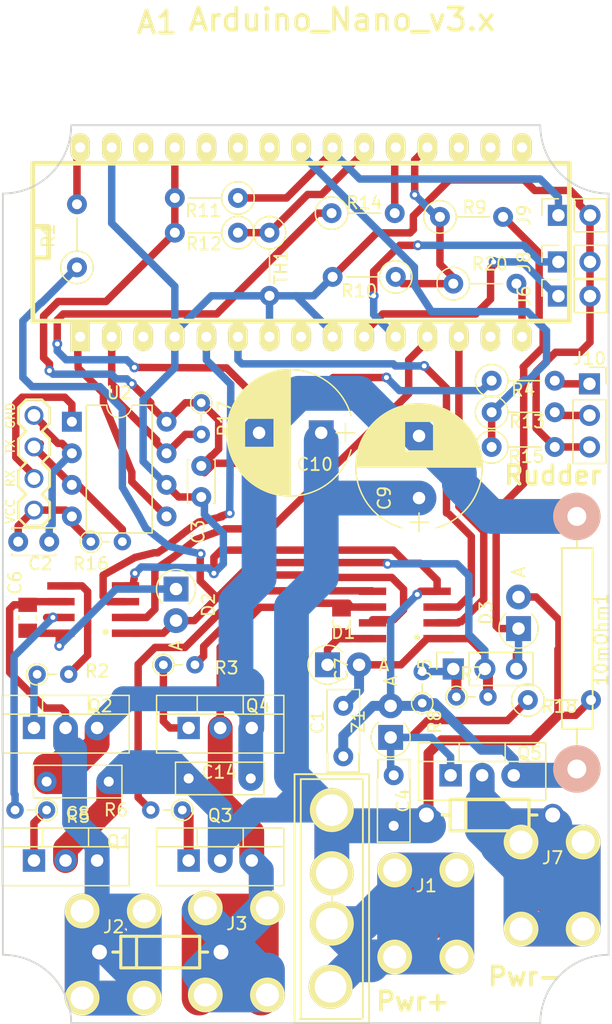
<source format=kicad_pcb>
(kicad_pcb (version 20171125) (host pcbnew "(2017-11-30 revision 069448f)-master")
  (layers (0 F.Cu signal) (31 B.Cu signal) (34 B.Paste user) (35 F.Paste user) (36 B.SilkS user) (37 F.SilkS user) (38 B.Mask user) (39 F.Mask user) (44 Edge.Cuts user))
  (net 0 "")
  (net 1 +5V)
  (net 2 GND)
  (net 3 "Net-(F1-Pad1)")
  (net 4 "Net-(A1-Pad10)")
  (net 5 /sense/Shunt)
  (net 6 "Net-(A1-Pad11)")
  (net 7 "Net-(A1-Pad22)")
  (net 8 "Net-(A1-Pad25)")
  (net 9 "Net-(A1-Pad19)")
  (net 10 "Net-(A1-Pad21)")
  (net 11 "Net-(A1-Pad20)")
  (net 12 "Net-(A1-Pad1)")
  (net 13 "Net-(A1-Pad2)")
  (net 14 "Net-(A1-Pad3)")
  (net 15 "Net-(A1-Pad15)")
  (net 16 "Net-(A1-Pad16)")
  (net 17 "Net-(A1-Pad17)")
  (net 18 "Net-(A1-Pad18)")
  (net 19 "Net-(A1-Pad23)")
  (net 20 "Net-(A1-Pad24)")
  (net 21 "Net-(A1-Pad26)")
  (net 22 "Net-(A1-Pad28)")
  (net 23 "Net-(J10-Pad2)")
  (net 24 /sense/PWMAL)
  (net 25 /sense/PWMBL)
  (net 26 /sense/PWMAH)
  (net 27 /sense/PWMBH)
  (net 28 VCC)
  (net 29 "Net-(C6-Pad1)")
  (net 30 "Net-(C6-Pad2)")
  (net 31 "Net-(C7-Pad1)")
  (net 32 "Net-(C7-Pad2)")
  (net 33 "Net-(Q1-Pad1)")
  (net 34 "Net-(Q2-Pad1)")
  (net 35 "Net-(Q3-Pad1)")
  (net 36 "Net-(Q4-Pad1)")
  (net 37 "Net-(R2-Pad2)")
  (net 38 "Net-(R3-Pad2)")
  (net 39 "Net-(R5-Pad2)")
  (net 40 "Net-(R6-Pad2)")
  (net 41 "Net-(A1-Pad30)")
  (net 42 "Net-(J10-Pad1)")
  (net 43 +12V)
  (net 44 /sense/Power)
  (net 45 /sense/PWMCL)
  (net 46 "Net-(C2-Pad1)")
  (net 47 "Net-(J4-Pad3)")
  (net 48 "Net-(C2-Pad2)")
  (net 49 "Net-(J4-Pad2)")
  (net 50 "Net-(J7-Pad1)")
  (net 51 "Net-(J5-Pad1)")
  (net 52 "Net-(C4-Pad2)")
  (net 53 "Net-(A1-Pad8)")
  (module hbridge_footprints:uart (layer F.Cu) (at 68.8848 81.8134 90)
    (fp_text reference J4 hide)
    (fp_text value UART_Device hide)
    (fp_text user GND (at 7.6 -1.9 90) (layer F.SilkS) (effects (font (size 0.7 0.7) (thickness 0.12))))
    (fp_text user RX (at 2.54 -1.905 90) (layer F.SilkS) (effects (font (size 0.7 0.7) (thickness 0.12))))
    (fp_text user TX (at 5.08 -1.905 90) (layer F.SilkS) (effects (font (size 0.7 0.7) (thickness 0.12))))
    (fp_text user VCC (at -0.1 -1.9 90) (layer F.SilkS) (effects (font (size 0.7 0.7) (thickness 0.12))))
    (pad 1 thru_hole oval (at 0 0 180) (size 1.524 1.524) (drill 1.016) (layers *.Cu *.Mask) (net 46 "Net-(C2-Pad1)"))
    (pad 2 thru_hole oval (at 2.54 0 180) (size 1.524 1.524) (drill 1.016) (layers *.Cu *.Mask) (net 49 "Net-(J4-Pad2)"))
    (pad 3 thru_hole oval (at 5.08 0 180) (size 1.524 1.524) (drill 1.016) (layers *.Cu *.Mask) (net 47 "Net-(J4-Pad3)"))
    (pad 4 thru_hole oval (at 7.62 0 180) (size 1.524 1.524) (drill 1.016) (layers *.Cu *.Mask) (net 48 "Net-(C2-Pad2)"))
  )
  (module Resistor_THT:R_Axial_DIN0204_L3.6mm_D1.6mm_P2.54mm_Vertical (layer F.Cu) (at 69.1388 95.0214)
    (fp_text reference R2 (at 4.826 -0.254) (layer F.SilkS))
    (fp_text value 47)
    (pad 1 thru_hole circle (at 0 0) (size 1.4 1.4) (drill 0.7) (layers *.Cu *.Mask) (net 34 "Net-(Q2-Pad1)"))
    (pad 2 thru_hole oval (at 2.54 0) (size 1.4 1.4) (drill 0.7) (layers *.Cu *.Mask) (net 37 "Net-(R2-Pad2)"))
  )
  (module Capacitor_THT:C_Disc_D7.0mm_W2.5mm_P5.00mm (layer F.Cu) (at 74.9008 103.6574 180)
    (fp_text reference C8 (at 2.5 -2.56 180) (layer F.SilkS))
    (fp_text value 4.7uF)
    (pad 1 thru_hole circle (at 0 0 180) (size 1.6 1.6) (drill 0.8) (layers *.Cu *.Mask) (net 28 VCC))
    (pad 2 thru_hole circle (at 5 0 180) (size 1.6 1.6) (drill 0.8) (layers *.Cu *.Mask) (net 5 /sense/Shunt))
  )
  (module Capacitor_THT:C_Disc_D7.0mm_W2.5mm_P5.00mm (layer F.Cu) (at 81.3308 103.4034)
    (fp_text reference C14 (at 2.46 -0.508) (layer F.SilkS))
    (fp_text value 4.7uF)
    (pad 1 thru_hole circle (at 0 0) (size 1.6 1.6) (drill 0.8) (layers *.Cu *.Mask) (net 28 VCC))
    (pad 2 thru_hole circle (at 5 0) (size 1.6 1.6) (drill 0.8) (layers *.Cu *.Mask) (net 5 /sense/Shunt))
  )
  (module hbridge_footprints:tvs (layer F.Cu) (at 79.0448 117.3734 180)
    (fp_text reference TVS1)
    (fp_text value TVS hide)
    (pad A thru_hole oval (at -4.8895 0 180) (size 1.79832 1.79832) (drill 1.19888) (layers *.Cu *.Mask) (net 32 "Net-(C7-Pad2)"))
    (pad K thru_hole oval (at 4.8895 0 180) (size 1.79832 1.79832) (drill 1.19888) (layers *.Cu *.Mask) (net 30 "Net-(C6-Pad2)"))
  )
  (module hbridge_footprints:Resistor_Horizontal_RM10mm (layer F.Cu) (at 112.5728 82.3214 270)
    (fp_text reference 10mOhm1 (at 9.906 -1.9685 270) (layer F.SilkS))
    (fp_text value R)
    (pad 2 thru_hole circle (at 20.32 0 270) (size 3.81 3.81) (drill 1.524) (layers *.Cu *.SilkS *.Mask) (net 2 GND))
    (pad 1 thru_hole circle (at 0 0 270) (size 3.81 3.81) (drill 1.524) (layers *.Cu *.SilkS *.Mask) (net 5 /sense/Shunt))
  )
  (module Capacitor_SMD:C_0805_2012Metric_Pad1.15x1.50mm_HandSolder (layer F.Cu) (at 68.3768 90.4759 90)
    (fp_text reference C6 (at 2.8205 -1.016 90) (layer F.SilkS))
    (fp_text value .22uF)
    (pad 1 smd rect (at -1.0425 0 90) (size 1.145 1.5) (layers F.Cu F.Paste F.Mask) (net 29 "Net-(C6-Pad1)"))
    (pad 2 smd rect (at 1.0425 0 90) (size 1.145 1.5) (layers F.Cu F.Paste F.Mask) (net 30 "Net-(C6-Pad2)"))
  )
  (module Capacitor_SMD:C_0805_2012Metric_Pad1.15x1.50mm_HandSolder (layer F.Cu) (at 93.6288 90.8434 90)
    (fp_text reference C7 (at -3.81 0 90) (layer F.SilkS))
    (fp_text value .22uF)
    (pad 2 smd rect (at 1.0425 0 90) (size 1.145 1.5) (layers F.Cu F.Paste F.Mask) (net 32 "Net-(C7-Pad2)"))
    (pad 1 smd rect (at -1.0425 0 90) (size 1.145 1.5) (layers F.Cu F.Paste F.Mask) (net 31 "Net-(C7-Pad1)"))
  )
  (module Diode_THT:D_T-1_P2.54mm_Vertical_AnodeUp (layer F.Cu) (at 92.5068 94.2594)
    (fp_text reference D1 (at 1.27 -2.609214) (layer F.SilkS))
    (fp_text value 1N4001)
    (fp_text user A (at 4.54 0) (layer F.SilkS))
    (pad 1 thru_hole rect (at 0 0) (size 2 2) (drill 1) (layers *.Cu *.Mask) (net 31 "Net-(C7-Pad1)"))
    (pad 2 thru_hole oval (at 2.54 0) (size 2 2) (drill 1) (layers *.Cu *.Mask) (net 43 +12V))
  )
  (module Diode_THT:D_T-1_P2.54mm_Vertical_AnodeUp (layer F.Cu) (at 80.3148 88.1634 270)
    (fp_text reference D2 (at 1.27 -2.609214 270) (layer F.SilkS))
    (fp_text value 1N4001)
    (fp_text user A (at 4.54 0 270) (layer F.SilkS))
    (pad 2 thru_hole oval (at 2.54 0 270) (size 2 2) (drill 1) (layers *.Cu *.Mask) (net 43 +12V))
    (pad 1 thru_hole rect (at 0 0 270) (size 2 2) (drill 1) (layers *.Cu *.Mask) (net 29 "Net-(C6-Pad1)"))
  )
  (module Diode_THT:D_T-1_P2.54mm_Vertical_AnodeUp (layer F.Cu) (at 107.8788 91.3434 90)
    (fp_text reference D3 (at 1.27 -2.609214 90) (layer F.SilkS))
    (fp_text value 1N4001)
    (fp_text user A (at 4.54 0 90) (layer F.SilkS))
    (pad 1 thru_hole rect (at 0 0 90) (size 2 2) (drill 1) (layers *.Cu *.Mask) (net 44 /sense/Power))
    (pad 2 thru_hole oval (at 2.54 0 90) (size 2 2) (drill 1) (layers *.Cu *.Mask) (net 28 VCC))
  )
  (module hbridge_footprints:BladeFuse-CarType (layer F.Cu) (at 92.8528 113.0574 90)
    (fp_text reference F1 (at -0.1 -5.2 90) (layer F.SilkS))
    (fp_text value FUSE)
    (pad 1 thru_hole circle (at -2.03 0 90) (size 3.54 3.54) (drill 2.54) (layers *.Cu *.Mask F.SilkS) (net 3 "Net-(F1-Pad1)"))
    (pad 1 thru_hole circle (at -7.11 -0.1 90) (size 3.54 3.54) (drill 2.54) (layers *.Cu *.Mask F.SilkS) (net 3 "Net-(F1-Pad1)"))
    (pad 2 thru_hole circle (at 2.03 0 90) (size 3.54 3.54) (drill 2.54) (layers *.Cu *.Mask F.SilkS) (net 28 VCC))
    (pad 2 thru_hole circle (at 7.11 0 90) (size 3.54 3.54) (drill 2.54) (layers *.Cu *.Mask F.SilkS) (net 28 VCC))
  )
  (module Connector_PinSocket_2.54mm:PinSocket_1x03_P2.54mm_Vertical (layer F.Cu) (at 102.6288 94.5934 90)
    (fp_text reference J5 (at 0 -2.286 90) (layer F.SilkS))
    (fp_text value "12v REG/R")
    (pad 1 thru_hole rect (at 0 0 90) (size 1.7 1.7) (drill 1) (layers *.Cu *.Mask) (net 51 "Net-(J5-Pad1)"))
    (pad 2 thru_hole oval (at 0 2.54 90) (size 1.7 1.7) (drill 1) (layers *.Cu *.Mask) (net 43 +12V))
    (pad 3 thru_hole oval (at 0 5.08 90) (size 1.7 1.7) (drill 1) (layers *.Cu *.Mask) (net 44 /sense/Power))
  )
  (module Connector_PinSocket_2.54mm:PinSocket_1x02_P2.54mm_Vertical (layer F.Cu) (at 111.0888 64.5934 90)
    (fp_text reference J6 (at 0 -2.77 90) (layer F.SilkS))
    (fp_text value Conn_01x02)
    (pad 2 thru_hole oval (at 0 2.54 90) (size 1.7 1.7) (drill 1) (layers *.Cu *.Mask) (net 2 GND))
    (pad 1 thru_hole rect (at 0 0 90) (size 1.7 1.7) (drill 1) (layers *.Cu *.Mask) (net 4 "Net-(A1-Pad10)"))
  )
  (module Connector_PinSocket_2.54mm:PinSocket_1x02_P2.54mm_Vertical (layer F.Cu) (at 111.0888 61.8434 90)
    (fp_text reference J8 (at 0 -2.77 90) (layer F.SilkS))
    (fp_text value Conn_01x02)
    (pad 1 thru_hole rect (at 0 0 90) (size 1.7 1.7) (drill 1) (layers *.Cu *.Mask) (net 6 "Net-(A1-Pad11)"))
    (pad 2 thru_hole oval (at 0 2.54 90) (size 1.7 1.7) (drill 1) (layers *.Cu *.Mask) (net 2 GND))
  )
  (module Connector_PinSocket_2.54mm:PinSocket_1x02_P2.54mm_Vertical (layer F.Cu) (at 111.0888 58.0934 90)
    (fp_text reference J9 (at 0 -2.77 90) (layer F.SilkS))
    (fp_text value Conn_01x02)
    (pad 1 thru_hole rect (at 0 0 90) (size 1.7 1.7) (drill 1) (layers *.Cu *.Mask) (net 7 "Net-(A1-Pad22)"))
    (pad 2 thru_hole oval (at 0 2.54 90) (size 1.7 1.7) (drill 1) (layers *.Cu *.Mask) (net 2 GND))
  )
  (module Connector_PinSocket_2.54mm:PinSocket_1x03_P2.54mm_Vertical (layer F.Cu) (at 113.5888 71.6534)
    (fp_text reference J10 (at 0 -2.032) (layer F.SilkS))
    (fp_text value SENSE)
    (pad 3 thru_hole oval (at 0 5.08) (size 1.7 1.7) (drill 1) (layers *.Cu *.Mask) (net 2 GND))
    (pad 2 thru_hole oval (at 0 2.54) (size 1.7 1.7) (drill 1) (layers *.Cu *.Mask) (net 23 "Net-(J10-Pad2)"))
    (pad 1 thru_hole rect (at 0 0) (size 1.7 1.7) (drill 1) (layers *.Cu *.Mask) (net 42 "Net-(J10-Pad1)"))
  )
  (module Resistor_THT:R_Axial_DIN0207_L6.3mm_D2.5mm_P5.08mm_Vertical (layer F.Cu) (at 72.3448 62.2854 90)
    (fp_text reference R1 (at 2.54 -2.31 90) (layer F.SilkS))
    (fp_text value 100)
    (pad 1 thru_hole circle (at 0 0 90) (size 1.6 1.6) (drill 0.8) (layers *.Cu *.Mask) (net 43 +12V))
    (pad 2 thru_hole oval (at 5.08 0 90) (size 1.6 1.6) (drill 0.8) (layers *.Cu *.Mask) (net 41 "Net-(A1-Pad30)"))
  )
  (module Resistor_THT:R_Axial_DIN0204_L3.6mm_D1.6mm_P2.54mm_Vertical (layer F.Cu) (at 79.2988 94.2594)
    (fp_text reference R3 (at 5.08 0.254) (layer F.SilkS))
    (fp_text value 47)
    (pad 1 thru_hole circle (at 0 0) (size 1.4 1.4) (drill 0.7) (layers *.Cu *.Mask) (net 36 "Net-(Q4-Pad1)"))
    (pad 2 thru_hole oval (at 2.54 0) (size 1.4 1.4) (drill 0.7) (layers *.Cu *.Mask) (net 38 "Net-(R3-Pad2)"))
  )
  (module Resistor_THT:R_Axial_DIN0207_L6.3mm_D2.5mm_P5.08mm_Vertical (layer F.Cu) (at 105.7148 71.3994)
    (fp_text reference R4 (at 2.54 0.762) (layer F.SilkS))
    (fp_text value 200)
    (pad 1 thru_hole circle (at 0 0) (size 1.6 1.6) (drill 0.8) (layers *.Cu *.Mask) (net 1 +5V))
    (pad 2 thru_hole oval (at 5.08 0) (size 1.6 1.6) (drill 0.8) (layers *.Cu *.Mask) (net 42 "Net-(J10-Pad1)"))
  )
  (module Resistor_THT:R_Axial_DIN0204_L3.6mm_D1.6mm_P2.54mm_Vertical (layer F.Cu) (at 69.9008 105.9434 180)
    (fp_text reference R5 (at -2.54 -0.508 180) (layer F.SilkS))
    (fp_text value 47)
    (pad 2 thru_hole oval (at 2.54 0 180) (size 1.4 1.4) (drill 0.7) (layers *.Cu *.Mask) (net 39 "Net-(R5-Pad2)"))
    (pad 1 thru_hole circle (at 0 0 180) (size 1.4 1.4) (drill 0.7) (layers *.Cu *.Mask) (net 33 "Net-(Q1-Pad1)"))
  )
  (module Resistor_THT:R_Axial_DIN0204_L3.6mm_D1.6mm_P2.54mm_Vertical (layer F.Cu) (at 80.8228 105.9434 180)
    (fp_text reference R6 (at 5.334 0 180) (layer F.SilkS))
    (fp_text value 47)
    (pad 1 thru_hole circle (at 0 0 180) (size 1.4 1.4) (drill 0.7) (layers *.Cu *.Mask) (net 35 "Net-(Q3-Pad1)"))
    (pad 2 thru_hole oval (at 2.54 0 180) (size 1.4 1.4) (drill 0.7) (layers *.Cu *.Mask) (net 40 "Net-(R6-Pad2)"))
  )
  (module Resistor_THT:R_Axial_DIN0204_L3.6mm_D1.6mm_P2.54mm_Vertical (layer F.Cu) (at 102.8788 96.8434)
    (fp_text reference R7 (at 1.27 -1.86) (layer F.SilkS))
    (fp_text value 3900)
    (pad 1 thru_hole circle (at 0 0) (size 1.4 1.4) (drill 0.7) (layers *.Cu *.Mask) (net 51 "Net-(J5-Pad1)"))
    (pad 2 thru_hole oval (at 2.54 0) (size 1.4 1.4) (drill 0.7) (layers *.Cu *.Mask) (net 43 +12V))
  )
  (module Resistor_THT:R_Axial_DIN0204_L3.6mm_D1.6mm_P2.54mm_Vertical (layer F.Cu) (at 100.1288 97.3434 90)
    (fp_text reference R8 (at -1.5 1 90) (layer F.SilkS))
    (fp_text value 560)
    (pad 2 thru_hole oval (at 2.54 0 90) (size 1.4 1.4) (drill 0.7) (layers *.Cu *.Mask) (net 51 "Net-(J5-Pad1)"))
    (pad 1 thru_hole circle (at 0 0 90) (size 1.4 1.4) (drill 0.7) (layers *.Cu *.Mask) (net 2 GND))
  )
  (module Resistor_THT:R_Axial_DIN0207_L6.3mm_D2.5mm_P5.08mm_Vertical (layer F.Cu) (at 101.5548 58.2214)
    (fp_text reference R9 (at 2.794 -0.762) (layer F.SilkS))
    (fp_text value 10k)
    (pad 2 thru_hole oval (at 5.08 0) (size 1.6 1.6) (drill 0.8) (layers *.Cu *.Mask) (net 44 /sense/Power))
    (pad 1 thru_hole circle (at 0 0) (size 1.6 1.6) (drill 0.8) (layers *.Cu *.Mask) (net 9 "Net-(A1-Pad19)"))
  )
  (module Resistor_THT:R_Axial_DIN0207_L6.3mm_D2.5mm_P5.08mm_Vertical (layer F.Cu) (at 97.9988 63.0474 180)
    (fp_text reference R10 (at 2.934999 -1.1275 180) (layer F.SilkS))
    (fp_text value 560)
    (pad 1 thru_hole circle (at 0 0 180) (size 1.6 1.6) (drill 0.8) (layers *.Cu *.Mask) (net 9 "Net-(A1-Pad19)"))
    (pad 2 thru_hole oval (at 5.08 0 180) (size 1.6 1.6) (drill 0.8) (layers *.Cu *.Mask) (net 2 GND))
  )
  (module Resistor_THT:R_Axial_DIN0207_L6.3mm_D2.5mm_P5.08mm_Vertical (layer F.Cu) (at 85.2988 56.6974 180)
    (fp_text reference R11 (at 2.794 -1.016 180) (layer F.SilkS))
    (fp_text value 100k)
    (pad 2 thru_hole oval (at 5.08 0 180) (size 1.6 1.6) (drill 0.8) (layers *.Cu *.Mask) (net 1 +5V))
    (pad 1 thru_hole circle (at 0 0 180) (size 1.6 1.6) (drill 0.8) (layers *.Cu *.Mask) (net 7 "Net-(A1-Pad22)"))
  )
  (module Resistor_THT:R_Axial_DIN0207_L6.3mm_D2.5mm_P5.08mm_Vertical (layer F.Cu) (at 85.2988 59.4914 180)
    (fp_text reference R12 (at 2.744999 -0.8975 180) (layer F.SilkS))
    (fp_text value 100k)
    (pad 1 thru_hole circle (at 0 0 180) (size 1.6 1.6) (drill 0.8) (layers *.Cu *.Mask) (net 10 "Net-(A1-Pad21)"))
    (pad 2 thru_hole oval (at 5.08 0 180) (size 1.6 1.6) (drill 0.8) (layers *.Cu *.Mask) (net 1 +5V))
  )
  (module Resistor_THT:R_Axial_DIN0207_L6.3mm_D2.5mm_P5.08mm_Vertical (layer F.Cu) (at 105.7148 73.9394)
    (fp_text reference R13 (at 2.844999 0.762) (layer F.SilkS))
    (fp_text value 100k)
    (pad 2 thru_hole oval (at 5.08 0) (size 1.6 1.6) (drill 0.8) (layers *.Cu *.Mask) (net 23 "Net-(J10-Pad2)"))
    (pad 1 thru_hole circle (at 0 0) (size 1.6 1.6) (drill 0.8) (layers *.Cu *.Mask) (net 19 "Net-(A1-Pad23)"))
  )
  (module Resistor_THT:R_Axial_DIN0207_L6.3mm_D2.5mm_P5.08mm_Vertical (layer F.Cu) (at 92.8348 57.9194)
    (fp_text reference R14 (at 2.63 -0.84) (layer F.SilkS))
    (fp_text value 560)
    (pad 1 thru_hole circle (at 0 0) (size 1.6 1.6) (drill 0.8) (layers *.Cu *.Mask) (net 5 /sense/Shunt))
    (pad 2 thru_hole oval (at 5.08 0) (size 1.6 1.6) (drill 0.8) (layers *.Cu *.Mask) (net 11 "Net-(A1-Pad20)"))
  )
  (module Resistor_THT:R_Axial_DIN0207_L6.3mm_D2.5mm_P5.08mm_Vertical (layer F.Cu) (at 105.7148 76.7334)
    (fp_text reference R15 (at 2.794 0.762) (layer F.SilkS))
    (fp_text value 20k)
    (pad 2 thru_hole oval (at 5.08 0) (size 1.6 1.6) (drill 0.8) (layers *.Cu *.Mask) (net 2 GND))
    (pad 1 thru_hole circle (at 0 0) (size 1.6 1.6) (drill 0.8) (layers *.Cu *.Mask) (net 19 "Net-(A1-Pad23)"))
  )
  (module Resistor_THT:R_Axial_DIN0207_L6.3mm_D2.5mm_P5.08mm_Vertical (layer F.Cu) (at 108.6288 97.0934)
    (fp_text reference R18 (at 2.54 0.508) (layer F.SilkS))
    (fp_text value 10k)
    (pad 1 thru_hole circle (at 0 0) (size 1.6 1.6) (drill 0.8) (layers *.Cu *.Mask) (net 52 "Net-(C4-Pad2)"))
    (pad 2 thru_hole oval (at 5.08 0) (size 1.6 1.6) (drill 0.8) (layers *.Cu *.Mask) (net 28 VCC))
  )
  (module Resistor_THT:R_Axial_DIN0207_L6.3mm_D2.5mm_P5.08mm_Vertical (layer F.Cu) (at 102.6288 63.5934)
    (fp_text reference R20 (at 2.93 -1.58) (layer F.SilkS))
    (fp_text value 560)
    (pad 1 thru_hole circle (at 0 0) (size 1.6 1.6) (drill 0.8) (layers *.Cu *.Mask) (net 9 "Net-(A1-Pad19)"))
    (pad 2 thru_hole oval (at 5.08 0) (size 1.6 1.6) (drill 0.8) (layers *.Cu *.Mask) (net 15 "Net-(A1-Pad15)"))
  )
  (module Resistor_THT:R_Axial_DIN0207_L6.3mm_D2.5mm_P5.08mm_Vertical (layer F.Cu) (at 87.8388 59.4914 270)
    (fp_text reference TH1 (at 2.774999 -0.9175 270) (layer F.SilkS))
    (fp_text value Thermistor)
    (pad 2 thru_hole oval (at 5.08 0 270) (size 1.6 1.6) (drill 0.8) (layers *.Cu *.Mask) (net 2 GND))
    (pad 1 thru_hole circle (at 0 0 270) (size 1.6 1.6) (drill 0.8) (layers *.Cu *.Mask) (net 10 "Net-(A1-Pad21)"))
  )
  (module Package_DIP:DIP-8_W7.62mm (layer F.Cu) (at 71.9328 74.7014)
    (fp_text reference U2 (at 3.81 -2.33) (layer F.SilkS))
    (fp_text value cpc5001)
    (pad 1 thru_hole rect (at 0 0) (size 1.6 1.6) (drill 0.8) (layers *.Cu *.Mask) (net 49 "Net-(J4-Pad2)"))
    (pad 5 thru_hole oval (at 7.62 7.62) (size 1.6 1.6) (drill 0.8) (layers *.Cu *.Mask) (net 12 "Net-(A1-Pad1)"))
    (pad 2 thru_hole oval (at 0 2.54) (size 1.6 1.6) (drill 0.8) (layers *.Cu *.Mask) (net 48 "Net-(C2-Pad2)"))
    (pad 6 thru_hole oval (at 7.62 5.08) (size 1.6 1.6) (drill 0.8) (layers *.Cu *.Mask) (net 2 GND))
    (pad 3 thru_hole oval (at 0 5.08) (size 1.6 1.6) (drill 0.8) (layers *.Cu *.Mask) (net 47 "Net-(J4-Pad3)"))
    (pad 7 thru_hole oval (at 7.62 2.54) (size 1.6 1.6) (drill 0.8) (layers *.Cu *.Mask) (net 13 "Net-(A1-Pad2)"))
    (pad 4 thru_hole oval (at 0 7.62) (size 1.6 1.6) (drill 0.8) (layers *.Cu *.Mask) (net 46 "Net-(C2-Pad1)"))
    (pad 8 thru_hole oval (at 7.62 0) (size 1.6 1.6) (drill 0.8) (layers *.Cu *.Mask) (net 1 +5V))
  )
  (module Diode_THT:D_T-1_P2.54mm_Vertical_AnodeUp (layer F.Cu) (at 97.5868 100.1014 90)
    (fp_text reference Z1 (at 1.27 -2.609214 90) (layer F.SilkS))
    (fp_text value 10v)
    (fp_text user A (at 4.54 0 90) (layer F.SilkS))
    (pad 2 thru_hole oval (at 2.54 0 90) (size 2 2) (drill 1) (layers *.Cu *.Mask) (net 2 GND))
    (pad 1 thru_hole rect (at 0 0 90) (size 2 2) (drill 1) (layers *.Cu *.Mask) (net 52 "Net-(C4-Pad2)"))
  )
  (module hbridge_footprints:arduino_mini (layer F.Cu) (at 91.6488 60.2534)
    (fp_text reference A1 (at -12.865501 -17.668) (layer F.SilkS) (effects (font (size 1.778 1.778) (thickness 0.3048))))
    (fp_text value Arduino_Nano_v3.x (at 2.024499 -17.908) (layer F.SilkS) (effects (font (size 1.778 1.778) (thickness 0.3048))))
    (pad 1 thru_hole rect (at -19.05 7.62) (size 1.5748 2.286) (drill 0.8128) (layers *.Cu *.Mask F.SilkS) (net 12 "Net-(A1-Pad1)"))
    (pad 2 thru_hole oval (at -16.51 7.62) (size 1.5748 2.286) (drill 0.8128) (layers *.Cu *.Mask F.SilkS) (net 13 "Net-(A1-Pad2)"))
    (pad 3 thru_hole oval (at -13.97 7.62) (size 1.5748 2.286) (drill 0.8128) (layers *.Cu *.Mask F.SilkS) (net 14 "Net-(A1-Pad3)"))
    (pad 4 thru_hole oval (at -11.43 7.62) (size 1.5748 2.286) (drill 0.8128) (layers *.Cu *.Mask F.SilkS) (net 2 GND))
    (pad 5 thru_hole oval (at -8.89 7.62) (size 1.5748 2.286) (drill 0.8128) (layers *.Cu *.Mask F.SilkS) (net 24 /sense/PWMAL))
    (pad 6 thru_hole oval (at -6.35 7.62) (size 1.5748 2.286) (drill 0.8128) (layers *.Cu *.Mask F.SilkS) (net 25 /sense/PWMBL))
    (pad 7 thru_hole oval (at -3.81 7.62) (size 1.5748 2.286) (drill 0.8128) (layers *.Cu *.Mask F.SilkS) (net 2 GND))
    (pad 8 thru_hole oval (at -1.27 7.62) (size 1.5748 2.286) (drill 0.8128) (layers *.Cu *.Mask F.SilkS) (net 53 "Net-(A1-Pad8)"))
    (pad 9 thru_hole oval (at 1.27 7.62) (size 1.5748 2.286) (drill 0.8128) (layers *.Cu *.Mask F.SilkS) (net 2 GND))
    (pad 10 thru_hole oval (at 3.81 7.62) (size 1.5748 2.286) (drill 0.8128) (layers *.Cu *.Mask F.SilkS) (net 4 "Net-(A1-Pad10)"))
    (pad 11 thru_hole oval (at 6.35 7.62) (size 1.5748 2.286) (drill 0.8128) (layers *.Cu *.Mask F.SilkS) (net 6 "Net-(A1-Pad11)"))
    (pad 12 thru_hole oval (at 8.89 7.62) (size 1.5748 2.286) (drill 0.8128) (layers *.Cu *.Mask F.SilkS) (net 26 /sense/PWMAH))
    (pad 13 thru_hole oval (at 11.43 7.62) (size 1.5748 2.286) (drill 0.8128) (layers *.Cu *.Mask F.SilkS) (net 27 /sense/PWMBH))
    (pad 14 thru_hole oval (at 13.97 7.62) (size 1.5748 2.286) (drill 0.8128) (layers *.Cu *.Mask F.SilkS) (net 45 /sense/PWMCL))
    (pad 15 thru_hole oval (at 16.51 7.62) (size 1.5748 2.286) (drill 0.8128) (layers *.Cu *.Mask F.SilkS) (net 15 "Net-(A1-Pad15)"))
    (pad 16 thru_hole oval (at 16.51 -7.62) (size 1.5748 2.286) (drill 0.8128) (layers *.Cu *.Mask F.SilkS) (net 16 "Net-(A1-Pad16)"))
    (pad 17 thru_hole oval (at 13.97 -7.62) (size 1.5748 2.286) (drill 0.8128) (layers *.Cu *.Mask F.SilkS) (net 17 "Net-(A1-Pad17)"))
    (pad 18 thru_hole oval (at 11.43 -7.62) (size 1.5748 2.286) (drill 0.8128) (layers *.Cu *.Mask F.SilkS) (net 18 "Net-(A1-Pad18)"))
    (pad 19 thru_hole oval (at 8.89 -7.62) (size 1.5748 2.286) (drill 0.8128) (layers *.Cu *.Mask F.SilkS) (net 9 "Net-(A1-Pad19)"))
    (pad 20 thru_hole oval (at 6.35 -7.62) (size 1.5748 2.286) (drill 0.8128) (layers *.Cu *.Mask F.SilkS) (net 11 "Net-(A1-Pad20)"))
    (pad 21 thru_hole oval (at 3.81 -7.62) (size 1.5748 2.286) (drill 0.8128) (layers *.Cu *.Mask F.SilkS) (net 10 "Net-(A1-Pad21)"))
    (pad 22 thru_hole oval (at 1.27 -7.62) (size 1.5748 2.286) (drill 0.8128) (layers *.Cu *.Mask F.SilkS) (net 7 "Net-(A1-Pad22)"))
    (pad 23 thru_hole oval (at -1.27 -7.62) (size 1.5748 2.286) (drill 0.8128) (layers *.Cu *.Mask F.SilkS) (net 19 "Net-(A1-Pad23)"))
    (pad 24 thru_hole oval (at -3.81 -7.62) (size 1.5748 2.286) (drill 0.8128) (layers *.Cu *.Mask F.SilkS) (net 20 "Net-(A1-Pad24)"))
    (pad 25 thru_hole oval (at -6.35 -7.62) (size 1.5748 2.286) (drill 0.8128) (layers *.Cu *.Mask F.SilkS) (net 8 "Net-(A1-Pad25)"))
    (pad 26 thru_hole oval (at -8.89 -7.62) (size 1.5748 2.286) (drill 0.8128) (layers *.Cu *.Mask F.SilkS) (net 21 "Net-(A1-Pad26)"))
    (pad 27 thru_hole oval (at -11.43 -7.62) (size 1.5748 2.286) (drill 0.8128) (layers *.Cu *.Mask F.SilkS) (net 1 +5V))
    (pad 28 thru_hole oval (at -13.97 -7.62) (size 1.5748 2.286) (drill 0.8128) (layers *.Cu *.Mask F.SilkS) (net 22 "Net-(A1-Pad28)"))
    (pad 29 thru_hole oval (at -16.51 -7.62) (size 1.5748 2.286) (drill 0.8128) (layers *.Cu *.Mask F.SilkS) (net 2 GND))
    (pad 30 thru_hole oval (at -19.05 -7.62) (size 1.5748 2.286) (drill 0.8128) (layers *.Cu *.Mask F.SilkS) (net 41 "Net-(A1-Pad30)"))
  )
  (module Capacitor_THT:CP_Radial_D10.0mm_P5.00mm (layer F.Cu) (at 99.8728 80.8434 90)
    (fp_text reference C9 (at 0 -2.794 90) (layer F.SilkS))
    (fp_text value 330uF)
    (pad 2 thru_hole circle (at 5 0 90) (size 2 2) (drill 1) (layers *.Cu *.Mask) (net 5 /sense/Shunt))
    (pad 1 thru_hole rect (at 0 0 90) (size 2 2) (drill 1) (layers *.Cu *.Mask) (net 28 VCC))
  )
  (module Capacitor_THT:CP_Radial_D10.0mm_P5.00mm (layer F.Cu) (at 91.9988 75.5934 180)
    (fp_text reference C10 (at 0.508 -2.54 180) (layer F.SilkS))
    (fp_text value 330uF)
    (pad 1 thru_hole rect (at 0 0 180) (size 2 2) (drill 1) (layers *.Cu *.Mask) (net 28 VCC))
    (pad 2 thru_hole circle (at 5 0 180) (size 2 2) (drill 1) (layers *.Cu *.Mask) (net 5 /sense/Shunt))
  )
  (module freetronics_footprints:DIODE-1N4001 (layer F.Cu) (at 105.5488 106.3434 180)
    (fp_text reference TVS2)
    (fp_text value TVS hide)
    (pad A thru_hole oval (at -5.08 0 180) (size 1.79832 1.79832) (drill 1.19888) (layers *.Cu *.Mask) (net 50 "Net-(J7-Pad1)"))
    (pad K thru_hole oval (at 5.08 0 180) (size 1.79832 1.79832) (drill 1.19888) (layers *.Cu *.Mask) (net 28 VCC))
  )
  (module freetronics_footprints:SO08_4mm (layer F.Cu) (at 73.65238 89.8144 90)
    (fp_text reference U1)
    (fp_text value NCP5106B hide)
    (pad 5 smd rect (at 1.905 -2.59842 90) (size 0.59944 2.19964) (layers F.Cu F.Paste F.Mask) (net 37 "Net-(R2-Pad2)"))
    (pad 6 smd rect (at 0.635 -2.59842 90) (size 0.59944 2.19964) (layers F.Cu F.Paste F.Mask) (net 30 "Net-(C6-Pad2)"))
    (pad 8 smd rect (at -1.905 -2.59842 90) (size 0.59944 2.19964) (layers F.Cu F.Paste F.Mask) (net 29 "Net-(C6-Pad1)"))
    (pad 4 smd rect (at 1.905 2.59842 90) (size 0.59944 2.19964) (layers F.Cu F.Paste F.Mask) (net 2 GND))
    (pad 3 smd rect (at 0.635 2.59842 90) (size 0.59944 2.19964) (layers F.Cu F.Paste F.Mask) (net 24 /sense/PWMAL))
    (pad 1 smd rect (at -1.905 2.59842 90) (size 0.59944 2.19964) (layers F.Cu F.Paste F.Mask) (net 43 +12V))
    (pad 7 smd rect (at -0.635 -2.59842 90) (size 0.59944 2.19964) (layers F.Cu F.Paste F.Mask) (net 39 "Net-(R5-Pad2)"))
    (pad 2 smd rect (at -0.635 2.59842 90) (size 0.59944 2.19964) (layers F.Cu F.Paste F.Mask) (net 26 /sense/PWMAH))
  )
  (module freetronics_footprints:SO08_4mm (layer F.Cu) (at 98.72722 90.2484 90)
    (fp_text reference U3)
    (fp_text value NCP5106B hide)
    (pad 2 smd rect (at -0.635 2.59842 90) (size 0.59944 2.19964) (layers F.Cu F.Paste F.Mask) (net 27 /sense/PWMBH))
    (pad 7 smd rect (at -0.635 -2.59842 90) (size 0.59944 2.19964) (layers F.Cu F.Paste F.Mask) (net 40 "Net-(R6-Pad2)"))
    (pad 1 smd rect (at -1.905 2.59842 90) (size 0.59944 2.19964) (layers F.Cu F.Paste F.Mask) (net 43 +12V))
    (pad 3 smd rect (at 0.635 2.59842 90) (size 0.59944 2.19964) (layers F.Cu F.Paste F.Mask) (net 25 /sense/PWMBL))
    (pad 4 smd rect (at 1.905 2.59842 90) (size 0.59944 2.19964) (layers F.Cu F.Paste F.Mask) (net 2 GND))
    (pad 8 smd rect (at -1.905 -2.59842 90) (size 0.59944 2.19964) (layers F.Cu F.Paste F.Mask) (net 31 "Net-(C7-Pad1)"))
    (pad 6 smd rect (at 0.635 -2.59842 90) (size 0.59944 2.19964) (layers F.Cu F.Paste F.Mask) (net 32 "Net-(C7-Pad2)"))
    (pad 5 smd rect (at 1.905 -2.59842 90) (size 0.59944 2.19964) (layers F.Cu F.Paste F.Mask) (net 38 "Net-(R3-Pad2)"))
  )
  (module hbridge_footprints:C_Disc_D5.0mm_W2.5mm_P2.50mm (layer F.Cu) (at 97.8328 107.2134 90)
    (fp_text reference C4 (at 2.032 0.762 90) (layer F.SilkS))
    (fp_text value 4.7uF)
    (pad 1 thru_hole circle (at 0 0 90) (size 1.6 1.6) (drill 0.8) (layers *.Cu *.Mask) (net 28 VCC))
    (pad 2 thru_hole circle (at 4.064 0 90) (size 1.6 1.6) (drill 0.8) (layers *.Cu *.Mask) (net 52 "Net-(C4-Pad2)"))
  )
  (module Package_TO_SOT_THT:TO-220-3_Vertical (layer F.Cu) (at 68.8848 110.0074)
    (fp_text reference Q1 (at 6.858 -1.524) (layer F.SilkS))
    (fp_text value Q_NMOS_GDS)
    (pad 1 thru_hole rect (at 0 0) (size 1.8 1.8) (drill 1) (layers *.Cu *.Mask) (net 33 "Net-(Q1-Pad1)"))
    (pad 2 thru_hole oval (at 2.54 0) (size 1.8 1.8) (drill 1) (layers *.Cu *.Mask) (net 28 VCC))
    (pad 3 thru_hole oval (at 5.08 0) (size 1.8 1.8) (drill 1) (layers *.Cu *.Mask) (net 30 "Net-(C6-Pad2)"))
  )
  (module Package_TO_SOT_THT:TO-220-3_Vertical (layer F.Cu) (at 68.8848 99.3394)
    (fp_text reference Q2 (at 5.334 -1.778) (layer F.SilkS))
    (fp_text value Q_NMOS_GDS)
    (pad 3 thru_hole oval (at 5.08 0) (size 1.8 1.8) (drill 1) (layers *.Cu *.Mask) (net 5 /sense/Shunt))
    (pad 2 thru_hole oval (at 2.54 0) (size 1.8 1.8) (drill 1) (layers *.Cu *.Mask) (net 30 "Net-(C6-Pad2)"))
    (pad 1 thru_hole rect (at 0 0) (size 1.8 1.8) (drill 1) (layers *.Cu *.Mask) (net 34 "Net-(Q2-Pad1)"))
  )
  (module Package_TO_SOT_THT:TO-220-3_Vertical (layer F.Cu) (at 81.3308 110.0074)
    (fp_text reference Q3 (at 2.54 -3.62) (layer F.SilkS))
    (fp_text value Q_NMOS_GDS)
    (pad 3 thru_hole oval (at 5.08 0) (size 1.8 1.8) (drill 1) (layers *.Cu *.Mask) (net 32 "Net-(C7-Pad2)"))
    (pad 2 thru_hole oval (at 2.54 0) (size 1.8 1.8) (drill 1) (layers *.Cu *.Mask) (net 28 VCC))
    (pad 1 thru_hole rect (at 0 0) (size 1.8 1.8) (drill 1) (layers *.Cu *.Mask) (net 35 "Net-(Q3-Pad1)"))
  )
  (module Package_TO_SOT_THT:TO-220-3_Vertical (layer F.Cu) (at 81.3308 99.3394)
    (fp_text reference Q4 (at 5.588 -1.778) (layer F.SilkS))
    (fp_text value Q_NMOS_GDS)
    (pad 1 thru_hole rect (at 0 0) (size 1.8 1.8) (drill 1) (layers *.Cu *.Mask) (net 36 "Net-(Q4-Pad1)"))
    (pad 2 thru_hole oval (at 2.54 0) (size 1.8 1.8) (drill 1) (layers *.Cu *.Mask) (net 32 "Net-(C7-Pad2)"))
    (pad 3 thru_hole oval (at 5.08 0) (size 1.8 1.8) (drill 1) (layers *.Cu *.Mask) (net 5 /sense/Shunt))
  )
  (module Package_TO_SOT_THT:TO-220-3_Vertical (layer F.Cu) (at 102.4128 103.1494)
    (fp_text reference Q5 (at 6.35 -1.778) (layer F.SilkS))
    (fp_text value Q_NMOS_GDS)
    (pad 1 thru_hole rect (at 0 0) (size 1.8 1.8) (drill 1) (layers *.Cu *.Mask) (net 52 "Net-(C4-Pad2)"))
    (pad 2 thru_hole oval (at 2.54 0) (size 1.8 1.8) (drill 1) (layers *.Cu *.Mask) (net 50 "Net-(J7-Pad1)"))
    (pad 3 thru_hole oval (at 5.08 0) (size 1.8 1.8) (drill 1) (layers *.Cu *.Mask) (net 2 GND))
  )
  (module hbridge_footprints:screw_terminal (layer F.Cu) (at 97.9128 110.7694)
    (fp_text reference J1 (at 2.54 1.27) (layer F.SilkS))
    (fp_text value Pwr+)
    (pad 1 thru_hole circle (at 5 7) (size 2.8 2.8) (drill 1.85) (layers *.Cu *.Mask F.SilkS) (net 3 "Net-(F1-Pad1)"))
    (pad 1 thru_hole circle (at 0 7) (size 2.8 2.8) (drill 1.85) (layers *.Cu *.Mask F.SilkS) (net 3 "Net-(F1-Pad1)"))
    (pad 1 thru_hole circle (at 5 0) (size 2.8 2.8) (drill 1.85) (layers *.Cu *.Mask F.SilkS) (net 3 "Net-(F1-Pad1)"))
    (pad 1 thru_hole circle (at 0 0) (size 2.8 2.8) (drill 1.85) (layers *.Cu *.Mask F.SilkS) (net 3 "Net-(F1-Pad1)"))
  )
  (module hbridge_footprints:screw_terminal (layer F.Cu) (at 72.7588 114.0714)
    (fp_text reference J2 (at 2.54 1.27) (layer F.SilkS))
    (fp_text value "Motor A")
    (pad 1 thru_hole circle (at 0 0) (size 2.8 2.8) (drill 1.85) (layers *.Cu *.Mask F.SilkS) (net 30 "Net-(C6-Pad2)"))
    (pad 1 thru_hole circle (at 5 0) (size 2.8 2.8) (drill 1.85) (layers *.Cu *.Mask F.SilkS) (net 30 "Net-(C6-Pad2)"))
    (pad 1 thru_hole circle (at 0 7) (size 2.8 2.8) (drill 1.85) (layers *.Cu *.Mask F.SilkS) (net 30 "Net-(C6-Pad2)"))
    (pad 1 thru_hole circle (at 5 7) (size 2.8 2.8) (drill 1.85) (layers *.Cu *.Mask F.SilkS) (net 30 "Net-(C6-Pad2)"))
  )
  (module hbridge_footprints:screw_terminal (layer F.Cu) (at 82.6728 113.8214)
    (fp_text reference J3 (at 2.54 1.27) (layer F.SilkS))
    (fp_text value "Motor B")
    (pad 1 thru_hole circle (at 5 7) (size 2.8 2.8) (drill 1.85) (layers *.Cu *.Mask F.SilkS) (net 32 "Net-(C7-Pad2)"))
    (pad 1 thru_hole circle (at 0 7) (size 2.8 2.8) (drill 1.85) (layers *.Cu *.Mask F.SilkS) (net 32 "Net-(C7-Pad2)"))
    (pad 1 thru_hole circle (at 5 0) (size 2.8 2.8) (drill 1.85) (layers *.Cu *.Mask F.SilkS) (net 32 "Net-(C7-Pad2)"))
    (pad 1 thru_hole circle (at 0 0) (size 2.8 2.8) (drill 1.85) (layers *.Cu *.Mask F.SilkS) (net 32 "Net-(C7-Pad2)"))
  )
  (module hbridge_footprints:screw_terminal (layer F.Cu) (at 108.0808 108.5194)
    (fp_text reference J7 (at 2.54 1.27) (layer F.SilkS))
    (fp_text value Pwr-)
    (pad 1 thru_hole circle (at 0 0) (size 2.8 2.8) (drill 1.85) (layers *.Cu *.Mask F.SilkS) (net 50 "Net-(J7-Pad1)"))
    (pad 1 thru_hole circle (at 5 0) (size 2.8 2.8) (drill 1.85) (layers *.Cu *.Mask F.SilkS) (net 50 "Net-(J7-Pad1)"))
    (pad 1 thru_hole circle (at 0 7) (size 2.8 2.8) (drill 1.85) (layers *.Cu *.Mask F.SilkS) (net 50 "Net-(J7-Pad1)"))
    (pad 1 thru_hole circle (at 5 7) (size 2.8 2.8) (drill 1.85) (layers *.Cu *.Mask F.SilkS) (net 50 "Net-(J7-Pad1)"))
  )
  (module hbridge_footprints:C_Disc_D5.0mm_W2.5mm_P2.50mm (layer F.Cu) (at 93.7768 97.5614 270)
    (fp_text reference C1 (at 1.3 2.1 270) (layer F.SilkS))
    (fp_text value 4.7uF)
    (pad 1 thru_hole circle (at 0 0 270) (size 1.6 1.6) (drill 0.8) (layers *.Cu *.Mask) (net 43 +12V))
    (pad 2 thru_hole circle (at 4.064 0 270) (size 1.6 1.6) (drill 0.8) (layers *.Cu *.Mask) (net 2 GND))
  )
  (module Capacitor_THT:C_Disc_D3.4mm_W2.1mm_P2.50mm (layer F.Cu) (at 82.3468 78.2574 270)
    (fp_text reference C3 (at 5.294 0.254 270) (layer F.SilkS))
    (fp_text value .1uF)
    (pad 1 thru_hole circle (at 0 0 270) (size 1.6 1.6) (drill 0.8) (layers *.Cu *.Mask) (net 1 +5V))
    (pad 2 thru_hole circle (at 2.5 0 270) (size 1.6 1.6) (drill 0.8) (layers *.Cu *.Mask) (net 2 GND))
  )
  (module Resistor_THT:R_Axial_DIN0204_L3.6mm_D1.6mm_P2.54mm_Vertical (layer F.Cu) (at 73.4568 84.3534)
    (fp_text reference R16 (at 0 1.778) (layer F.SilkS))
    (fp_text value 2.4k)
    (pad 1 thru_hole circle (at 0 0) (size 1.4 1.4) (drill 0.7) (layers *.Cu *.Mask) (net 46 "Net-(C2-Pad1)"))
    (pad 2 thru_hole oval (at 2.54 0) (size 1.4 1.4) (drill 0.7) (layers *.Cu *.Mask) (net 47 "Net-(J4-Pad3)"))
  )
  (module Resistor_THT:R_Axial_DIN0204_L3.6mm_D1.6mm_P2.54mm_Vertical (layer F.Cu) (at 82.3468 73.1774 270)
    (fp_text reference R17 (at 1.27 -1.86 270) (layer F.SilkS))
    (fp_text value 2.4k)
    (pad 2 thru_hole oval (at 2.54 0 270) (size 1.4 1.4) (drill 0.7) (layers *.Cu *.Mask) (net 13 "Net-(A1-Pad2)"))
    (pad 1 thru_hole circle (at 0 0 270) (size 1.4 1.4) (drill 0.7) (layers *.Cu *.Mask) (net 1 +5V))
  )
  (module Capacitor_THT:C_Disc_D3.4mm_W2.1mm_P2.50mm (layer F.Cu) (at 67.6148 84.3534)
    (fp_text reference C2 (at 1.778 1.778) (layer F.SilkS))
    (fp_text value .1uF)
    (pad 1 thru_hole circle (at 0 0) (size 1.6 1.6) (drill 0.8) (layers *.Cu *.Mask) (net 46 "Net-(C2-Pad1)"))
    (pad 2 thru_hole circle (at 2.5 0) (size 1.6 1.6) (drill 0.8) (layers *.Cu *.Mask) (net 48 "Net-(C2-Pad2)"))
  )
  (gr_arc (start 66.3788 123.0934) (end 71.8788 123.0934) (angle -90) (layer Edge.Cuts) (width 0.15))
  (gr_arc (start 115.1288 123.0934) (end 115.1288 117.5934) (angle -90) (layer Edge.Cuts) (width 0.15))
  (gr_arc (start 115.1288 50.8434) (end 109.6288 50.8434) (angle -90) (layer Edge.Cuts) (width 0.15))
  (gr_arc (start 66.3788 50.8434) (end 66.3788 56.3434) (angle -90) (layer Edge.Cuts) (width 0.15))
  (gr_text "Rudder\n" (at 110.6388 79.0134) (layer F.SilkS) (effects (font (size 1.5 1.5) (thickness 0.3))))
  (gr_text Pwr- (at 108.3788 119.3434) (layer F.SilkS) (effects (font (size 1.5 1.5) (thickness 0.3))))
  (gr_text "Pwr+\n" (at 99.3788 121.3434) (layer F.SilkS) (effects (font (size 1.5 1.5) (thickness 0.3))))
  (gr_line (start 66.3788 56.3434) (end 66.3788 117.5934) (layer Edge.Cuts) (width 0.15))
  (gr_line (start 109.6288 50.8434) (end 71.8788 50.8434) (layer Edge.Cuts) (width 0.15))
  (gr_line (start 115.1288 117.5934) (end 115.1288 56.3434) (layer Edge.Cuts) (width 0.15))
  (gr_line (start 109.6288 123.0934) (end 71.8788 123.0934) (layer Edge.Cuts) (width 0.15))
  (segment (start 70.1288 70.5934) (end 70.1288 70.027715) (width 0.6) (layer F.Cu) (net 1))
  (segment (start 70.1288 70.027715) (end 69.658799 69.557714) (width 0.6) (layer F.Cu) (net 1))
  (segment (start 69.658799 69.557714) (end 69.658799 66.196173) (width 0.6) (layer F.Cu) (net 1))
  (segment (start 70.824583 65.030389) (end 74.679811 65.030389) (width 0.6) (layer F.Cu) (net 1))
  (segment (start 69.658799 66.196173) (end 70.824583 65.030389) (width 0.6) (layer F.Cu) (net 1))
  (segment (start 74.679811 65.030389) (end 80.2188 59.4914) (width 0.6) (layer F.Cu) (net 1))
  (segment (start 75.114808 70.87541) (end 70.41081 70.87541) (width 0.6) (layer B.Cu) (net 1))
  (segment (start 70.41081 70.87541) (end 70.1288 70.5934) (width 0.6) (layer B.Cu) (net 1))
  (via (at 70.1288 70.5934) (size 0.8) (drill 0.4) (layers F.Cu B.Cu) (net 1))
  (segment (start 82.3468 78.2574) (end 83.146799 77.457401) (width 0.6) (layer F.Cu) (net 1))
  (segment (start 83.146799 77.457401) (end 83.186799 77.457401) (width 0.6) (layer F.Cu) (net 1))
  (segment (start 83.186799 77.457401) (end 83.746801 76.897399) (width 0.6) (layer F.Cu) (net 1))
  (segment (start 78.2828 73.1774) (end 78.2828 73.4314) (width 0.6) (layer F.Cu) (net 1))
  (segment (start 78.2828 73.4314) (end 79.5528 74.7014) (width 0.6) (layer F.Cu) (net 1))
  (segment (start 82.3468 73.1774) (end 81.0768 73.1774) (width 0.6) (layer F.Cu) (net 1))
  (segment (start 81.0768 73.1774) (end 79.5528 74.7014) (width 0.6) (layer F.Cu) (net 1))
  (segment (start 76.7588 71.6534) (end 76.358801 71.253401) (width 0.6) (layer B.Cu) (net 1))
  (segment (start 76.358801 71.253401) (end 75.492799 71.253401) (width 0.6) (layer B.Cu) (net 1))
  (segment (start 75.492799 71.253401) (end 75.114808 70.87541) (width 0.6) (layer B.Cu) (net 1))
  (segment (start 78.2828 73.1774) (end 76.7588 71.6534) (width 0.6) (layer F.Cu) (net 1))
  (via (at 76.7588 71.6534) (size 0.8) (drill 0.4) (layers F.Cu B.Cu) (net 1))
  (segment (start 97.2488 71.1454) (end 92.9628 71.1454) (width 0.6) (layer F.Cu) (net 1))
  (segment (start 92.9628 71.1454) (end 88.698801 75.409399) (width 0.6) (layer F.Cu) (net 1))
  (segment (start 88.698801 75.409399) (end 88.698801 77.041401) (width 0.6) (layer F.Cu) (net 1))
  (segment (start 87.696802 78.0434) (end 83.73217 78.0434) (width 0.6) (layer F.Cu) (net 1))
  (segment (start 88.698801 77.041401) (end 87.696802 78.0434) (width 0.6) (layer F.Cu) (net 1))
  (segment (start 83.73217 78.0434) (end 82.6008 78.0434) (width 0.6) (layer F.Cu) (net 1))
  (segment (start 105.7148 71.3994) (end 104.914801 72.199399) (width 0.6) (layer B.Cu) (net 1))
  (segment (start 104.914801 72.199399) (end 98.302799 72.199399) (width 0.6) (layer B.Cu) (net 1))
  (segment (start 98.302799 72.199399) (end 97.2488 71.1454) (width 0.6) (layer B.Cu) (net 1))
  (via (at 97.2488 71.1454) (size 0.8) (drill 0.4) (layers F.Cu B.Cu) (net 1))
  (segment (start 80.2188 59.4914) (end 80.2188 56.6974) (width 0.6) (layer F.Cu) (net 1))
  (segment (start 80.2188 56.6974) (end 80.2188 52.6334) (width 0.6) (layer F.Cu) (net 1))
  (segment (start 82.3468 73.1774) (end 83.746801 74.577401) (width 0.6) (layer F.Cu) (net 1))
  (segment (start 83.746801 74.577401) (end 83.746801 76.897399) (width 0.6) (layer F.Cu) (net 1))
  (segment (start 83.400799 78.005401) (end 82.6008 78.8054) (width 0.6) (layer F.Cu) (net 1))
  (segment (start 98.860798 86.0934) (end 99.97536 86.0934) (width 0.6) (layer F.Cu) (net 2))
  (segment (start 99.97536 86.0934) (end 101.32564 87.44368) (width 0.6) (layer F.Cu) (net 2))
  (segment (start 83.954801 85.031399) (end 97.798797 85.031399) (width 0.6) (layer F.Cu) (net 2))
  (segment (start 97.798797 85.031399) (end 98.860798 86.0934) (width 0.6) (layer F.Cu) (net 2))
  (segment (start 101.32564 88.3434) (end 101.32564 87.44368) (width 0.6) (layer F.Cu) (net 2))
  (segment (start 104.8788 101.0934) (end 106.709592 101.0934) (width 0.8) (layer B.Cu) (net 2))
  (segment (start 106.709592 101.0934) (end 107.4928 101.876608) (width 0.8) (layer B.Cu) (net 2))
  (segment (start 107.4928 101.876608) (end 107.4928 103.1494) (width 0.8) (layer B.Cu) (net 2))
  (segment (start 101.1288 97.3434) (end 104.8788 101.0934) (width 0.8) (layer B.Cu) (net 2))
  (segment (start 100.1288 97.3434) (end 101.1288 97.3434) (width 0.8) (layer B.Cu) (net 2))
  (segment (start 99.7288 88.600747) (end 97.5868 90.742747) (width 0.6) (layer B.Cu) (net 2))
  (segment (start 97.5868 90.742747) (end 97.5868 97.5614) (width 0.6) (layer B.Cu) (net 2))
  (segment (start 101.32564 88.3434) (end 99.986147 88.3434) (width 0.6) (layer F.Cu) (net 2))
  (segment (start 99.986147 88.3434) (end 99.7288 88.600747) (width 0.6) (layer F.Cu) (net 2))
  (via (at 99.7288 88.600747) (size 0.8) (drill 0.4) (layers F.Cu B.Cu) (net 2))
  (segment (start 83.3628 86.8934) (end 83.3628 85.6234) (width 0.6) (layer F.Cu) (net 2))
  (segment (start 83.3628 85.6234) (end 83.954801 85.031399) (width 0.6) (layer F.Cu) (net 2))
  (segment (start 113.6288 61.8434) (end 113.6288 58.0934) (width 0.6) (layer F.Cu) (net 2))
  (segment (start 113.6288 64.5934) (end 113.6288 61.8434) (width 0.6) (layer F.Cu) (net 2))
  (segment (start 110.7948 76.7334) (end 109.294799 75.233399) (width 0.6) (layer F.Cu) (net 2))
  (segment (start 113.6288 68.3114) (end 113.6288 64.5934) (width 0.6) (layer F.Cu) (net 2))
  (segment (start 109.294799 75.233399) (end 109.294799 70.679399) (width 0.6) (layer F.Cu) (net 2))
  (segment (start 109.294799 70.679399) (end 110.860798 69.1134) (width 0.6) (layer F.Cu) (net 2))
  (segment (start 112.8268 69.1134) (end 113.6288 68.3114) (width 0.6) (layer F.Cu) (net 2))
  (segment (start 110.860798 69.1134) (end 112.8268 69.1134) (width 0.6) (layer F.Cu) (net 2))
  (segment (start 108.9888 55.9034) (end 108.6788 55.5934) (width 0.6) (layer F.Cu) (net 2))
  (segment (start 108.6788 55.5934) (end 108.3288 55.2434) (width 0.6) (layer F.Cu) (net 2))
  (segment (start 112.048802 56.0934) (end 109.1788 56.0934) (width 0.6) (layer F.Cu) (net 2))
  (segment (start 109.1788 56.0934) (end 108.6788 55.5934) (width 0.6) (layer F.Cu) (net 2))
  (segment (start 113.6288 58.0934) (end 112.778801 57.243401) (width 0.6) (layer F.Cu) (net 2))
  (segment (start 112.778801 57.243401) (end 112.778801 56.823399) (width 0.6) (layer F.Cu) (net 2))
  (segment (start 112.778801 56.823399) (end 112.048802 56.0934) (width 0.6) (layer F.Cu) (net 2))
  (segment (start 79.5528 79.7814) (end 77.6688 77.8974) (width 0.6) (layer B.Cu) (net 2))
  (segment (start 77.6688 77.8974) (end 77.6688 72.9134) (width 0.6) (layer B.Cu) (net 2))
  (segment (start 80.2188 70.3634) (end 80.2188 67.8734) (width 0.6) (layer B.Cu) (net 2))
  (segment (start 77.6688 72.9134) (end 80.2188 70.3634) (width 0.6) (layer B.Cu) (net 2))
  (segment (start 102.312798 55.2434) (end 108.3288 55.2434) (width 0.6) (layer F.Cu) (net 2))
  (segment (start 75.1388 52.6334) (end 75.1388 58.7294) (width 0.6) (layer B.Cu) (net 2))
  (segment (start 75.1388 58.7294) (end 80.2188 63.8094) (width 0.6) (layer B.Cu) (net 2))
  (segment (start 92.9188 63.0474) (end 96.45881 59.50739) (width 0.6) (layer F.Cu) (net 2))
  (segment (start 96.45881 59.50739) (end 99.148808 59.50739) (width 0.6) (layer F.Cu) (net 2))
  (segment (start 99.148808 59.50739) (end 99.414801 59.241397) (width 0.6) (layer F.Cu) (net 2))
  (segment (start 99.414801 59.241397) (end 99.414801 58.141397) (width 0.6) (layer F.Cu) (net 2))
  (segment (start 99.414801 58.141397) (end 102.312798 55.2434) (width 0.6) (layer F.Cu) (net 2))
  (segment (start 82.3468 80.7574) (end 80.5288 80.7574) (width 0.6) (layer F.Cu) (net 2))
  (segment (start 80.5288 80.7574) (end 79.5528 79.7814) (width 0.6) (layer F.Cu) (net 2))
  (segment (start 77.0128 86.8934) (end 77.5208 86.3854) (width 0.6) (layer B.Cu) (net 2))
  (segment (start 77.5208 86.3854) (end 82.932799 86.463399) (width 0.6) (layer B.Cu) (net 2))
  (segment (start 82.932799 86.463399) (end 83.3628 86.8934) (width 0.6) (layer B.Cu) (net 2))
  (via (at 77.0128 86.8934) (size 0.8) (drill 0.4) (layers F.Cu B.Cu) (net 2))
  (segment (start 77.0128 86.8934) (end 76.8428 87.9094) (width 0.6) (layer F.Cu) (net 2))
  (segment (start 76.8428 87.9094) (end 76.2508 87.9094) (width 0.6) (layer F.Cu) (net 2))
  (segment (start 84.1248 83.695402) (end 84.1248 86.1314) (width 0.6) (layer B.Cu) (net 2))
  (segment (start 84.1248 86.1314) (end 83.3628 86.8934) (width 0.6) (layer B.Cu) (net 2))
  (segment (start 82.6008 80.5434) (end 82.6008 82.171402) (width 0.6) (layer B.Cu) (net 2))
  (segment (start 82.6008 82.171402) (end 84.1248 83.695402) (width 0.6) (layer B.Cu) (net 2))
  (via (at 83.3628 86.8934) (size 0.8) (drill 0.4) (layers F.Cu B.Cu) (net 2))
  (segment (start 80.2188 63.8094) (end 80.2188 67.8734) (width 0.6) (layer B.Cu) (net 2))
  (segment (start 76.2508 87.9094) (end 76.3348 87.9094) (width 0.6) (layer F.Cu) (net 2))
  (segment (start 113.5888 76.7334) (end 110.7948 76.7334) (width 0.6) (layer F.Cu) (net 2))
  (segment (start 80.2188 67.8734) (end 80.2188 67.5178) (width 0.6) (layer B.Cu) (net 2))
  (segment (start 80.2188 67.5178) (end 83.1652 64.5714) (width 0.6) (layer B.Cu) (net 2))
  (segment (start 83.1652 64.5714) (end 86.70743 64.5714) (width 0.6) (layer B.Cu) (net 2))
  (segment (start 86.70743 64.5714) (end 87.8388 64.5714) (width 0.6) (layer B.Cu) (net 2))
  (segment (start 89.9724 64.5714) (end 91.3948 64.5714) (width 0.6) (layer B.Cu) (net 2))
  (segment (start 91.3948 64.5714) (end 92.9188 63.0474) (width 0.6) (layer B.Cu) (net 2))
  (segment (start 87.8388 64.5714) (end 89.9724 64.5714) (width 0.6) (layer B.Cu) (net 2))
  (segment (start 89.9724 64.5714) (end 92.9188 67.5178) (width 0.6) (layer B.Cu) (net 2))
  (segment (start 92.9188 67.5178) (end 92.9188 67.8734) (width 0.6) (layer B.Cu) (net 2))
  (segment (start 87.8388 67.8734) (end 87.8388 64.5714) (width 0.6) (layer B.Cu) (net 2))
  (segment (start 100.6348 97.5614) (end 97.5868 97.5614) (width 0.8) (layer B.Cu) (net 2))
  (segment (start 93.7768 101.6254) (end 93.7768 99.957187) (width 0.8) (layer B.Cu) (net 2))
  (segment (start 96.172587 97.5614) (end 97.5868 97.5614) (width 0.8) (layer B.Cu) (net 2))
  (segment (start 93.7768 99.957187) (end 96.172587 97.5614) (width 0.8) (layer B.Cu) (net 2))
  (segment (start 107.4928 103.1494) (end 112.0648 103.1494) (width 2) (layer B.Cu) (net 2))
  (segment (start 112.0648 103.1494) (end 112.5728 102.6414) (width 2) (layer B.Cu) (net 2))
  (segment (start 107.4928 103.1494) (end 112.0648 103.1494) (width 2) (layer F.Cu) (net 2))
  (segment (start 112.0648 103.1494) (end 112.5728 102.6414) (width 2) (layer F.Cu) (net 2))
  (segment (start 100.1188 113.5634) (end 100.1188 115.5954) (width 2.8) (layer B.Cu) (net 3))
  (segment (start 102.9128 110.7694) (end 100.1188 113.5634) (width 2.8) (layer B.Cu) (net 3))
  (segment (start 97.9128 110.7694) (end 100.1188 112.9754) (width 2.8) (layer F.Cu) (net 3))
  (segment (start 102.9128 113.3094) (end 102.3728 113.3094) (width 2.8) (layer F.Cu) (net 3))
  (segment (start 102.3728 113.3094) (end 97.9128 117.7694) (width 2.8) (layer F.Cu) (net 3))
  (segment (start 102.9128 110.7694) (end 102.9128 113.3094) (width 2.8) (layer F.Cu) (net 3))
  (segment (start 97.9128 110.7694) (end 97.9128 112.5474) (width 2.8) (layer F.Cu) (net 3))
  (segment (start 97.9128 112.5474) (end 97.9128 117.7694) (width 2.8) (layer F.Cu) (net 3))
  (segment (start 92.8528 115.0874) (end 95.355958 115.0874) (width 2.8) (layer F.Cu) (net 3))
  (segment (start 95.355958 115.0874) (end 97.895958 112.5474) (width 2.8) (layer F.Cu) (net 3))
  (segment (start 97.895958 112.5474) (end 97.9128 112.5474) (width 2.8) (layer F.Cu) (net 3))
  (segment (start 97.9128 110.7694) (end 97.9128 112.2934) (width 2.8) (layer B.Cu) (net 3))
  (segment (start 97.9128 112.2934) (end 97.9128 117.7694) (width 2.8) (layer B.Cu) (net 3))
  (segment (start 92.8528 115.0874) (end 95.355958 115.0874) (width 2.8) (layer B.Cu) (net 3))
  (segment (start 95.355958 115.0874) (end 97.9128 112.530558) (width 2.8) (layer B.Cu) (net 3))
  (segment (start 97.9128 112.530558) (end 97.9128 112.2934) (width 2.8) (layer B.Cu) (net 3))
  (segment (start 97.9128 117.7694) (end 95.5348 117.7694) (width 2.8) (layer B.Cu) (net 3))
  (segment (start 95.5348 117.7694) (end 92.8528 115.0874) (width 2.8) (layer B.Cu) (net 3))
  (segment (start 102.9128 110.7694) (end 97.9128 110.7694) (width 2.8) (layer B.Cu) (net 3))
  (segment (start 102.9128 117.7694) (end 102.9128 110.7694) (width 2.8) (layer B.Cu) (net 3))
  (segment (start 96.046799 118.397401) (end 96.6748 117.7694) (width 2.8) (layer B.Cu) (net 3))
  (segment (start 96.6748 117.7694) (end 102.9128 117.7694) (width 2.8) (layer B.Cu) (net 3))
  (segment (start 92.7528 120.1674) (end 94.522799 118.397401) (width 2.8) (layer B.Cu) (net 3))
  (segment (start 94.522799 118.397401) (end 96.046799 118.397401) (width 2.8) (layer B.Cu) (net 3))
  (segment (start 97.9128 117.7694) (end 95.5348 117.7694) (width 2.8) (layer F.Cu) (net 3))
  (segment (start 95.5348 117.7694) (end 92.8528 115.0874) (width 2.8) (layer F.Cu) (net 3))
  (segment (start 102.9128 110.7694) (end 97.9128 110.7694) (width 2.8) (layer F.Cu) (net 3))
  (segment (start 102.9128 110.7694) (end 102.9128 117.7694) (width 2.8) (layer F.Cu) (net 3))
  (segment (start 102.9128 117.7694) (end 97.9128 117.7694) (width 2.8) (layer F.Cu) (net 3))
  (segment (start 97.9128 117.7694) (end 95.1508 117.7694) (width 2.8) (layer F.Cu) (net 3))
  (segment (start 95.1508 117.7694) (end 92.7528 120.1674) (width 2.8) (layer F.Cu) (net 3))
  (segment (start 105.8788 61.8434) (end 105.8788 62.0934) (width 0.6) (layer F.Cu) (net 4))
  (segment (start 105.8788 62.0934) (end 105.6288 62.3434) (width 0.6) (layer F.Cu) (net 4))
  (segment (start 111.0888 64.5934) (end 110.928802 64.5934) (width 0.6) (layer B.Cu) (net 4))
  (segment (start 110.928802 64.5934) (end 108.178802 61.8434) (width 0.6) (layer B.Cu) (net 4))
  (via (at 105.8788 61.8434) (size 0.8) (drill 0.4) (layers F.Cu B.Cu) (net 4))
  (segment (start 108.178802 61.8434) (end 105.8788 61.8434) (width 0.6) (layer B.Cu) (net 4))
  (segment (start 95.4588 67.8734) (end 95.4588 67.5178) (width 0.6) (layer F.Cu) (net 4))
  (segment (start 110.878798 64.5934) (end 111.0888 64.5934) (width 0.6) (layer F.Cu) (net 4))
  (segment (start 95.4588 67.5178) (end 96.94621 66.03039) (width 0.6) (layer F.Cu) (net 4))
  (segment (start 96.94621 66.03039) (end 104.44181 66.03039) (width 0.6) (layer F.Cu) (net 4))
  (segment (start 104.44181 66.03039) (end 105.6288 64.8434) (width 0.6) (layer F.Cu) (net 4))
  (segment (start 105.6288 64.8434) (end 105.6288 62.3434) (width 0.6) (layer F.Cu) (net 4))
  (segment (start 76.961629 70.333292) (end 84.3788 70.373711) (width 0.6) (layer F.Cu) (net 5))
  (segment (start 86.9988 75.5934) (end 86.9988 72.993711) (width 0.6) (layer F.Cu) (net 5))
  (segment (start 86.9988 72.993711) (end 84.3788 70.373711) (width 0.6) (layer F.Cu) (net 5))
  (segment (start 86.9988 87.3214) (end 86.9988 77.9634) (width 2.8) (layer B.Cu) (net 5))
  (segment (start 86.9988 77.9634) (end 86.9988 75.5934) (width 2.8) (layer B.Cu) (net 5))
  (segment (start 95.0468 72.4154) (end 90.1768 72.4154) (width 2.8) (layer B.Cu) (net 5))
  (segment (start 90.1768 72.4154) (end 86.9988 75.5934) (width 2.8) (layer B.Cu) (net 5))
  (segment (start 103.114799 78.829399) (end 102.858799 78.829399) (width 2.8) (layer B.Cu) (net 5))
  (segment (start 102.858799 78.829399) (end 99.8728 75.8434) (width 2.8) (layer B.Cu) (net 5))
  (segment (start 105.7148 82.3214) (end 103.114799 79.721399) (width 2.8) (layer B.Cu) (net 5))
  (segment (start 103.114799 79.721399) (end 103.114799 78.829399) (width 2.8) (layer B.Cu) (net 5))
  (segment (start 85.1408 95.5294) (end 85.1408 89.1794) (width 2.8) (layer B.Cu) (net 5))
  (segment (start 97.474801 74.843401) (end 98.872801 74.843401) (width 2.8) (layer B.Cu) (net 5))
  (segment (start 85.1408 89.1794) (end 86.9988 87.3214) (width 2.8) (layer B.Cu) (net 5))
  (segment (start 98.872801 74.843401) (end 99.8728 75.8434) (width 2.8) (layer B.Cu) (net 5))
  (segment (start 95.0468 72.4154) (end 97.474801 74.843401) (width 2.8) (layer B.Cu) (net 5))
  (segment (start 76.9288 70.3834) (end 76.961629 70.333292) (width 0.6) (layer F.Cu) (net 5))
  (segment (start 70.7588 69.009085) (end 71.466116 69.716401) (width 0.6) (layer B.Cu) (net 5))
  (segment (start 76.344738 69.716401) (end 76.961629 70.333292) (width 0.6) (layer B.Cu) (net 5))
  (segment (start 70.7588 68.4434) (end 70.7588 69.009085) (width 0.6) (layer B.Cu) (net 5))
  (segment (start 71.466116 69.716401) (end 76.344738 69.716401) (width 0.6) (layer B.Cu) (net 5))
  (via (at 76.961629 70.333292) (size 0.8) (drill 0.4) (layers F.Cu B.Cu) (net 5))
  (segment (start 71.2388 66.030399) (end 83.592431 66.030399) (width 0.6) (layer F.Cu) (net 5))
  (segment (start 70.7588 68.4434) (end 70.7588 66.510399) (width 0.6) (layer F.Cu) (net 5))
  (segment (start 70.7588 66.510399) (end 71.2388 66.030399) (width 0.6) (layer F.Cu) (net 5))
  (via (at 70.7588 68.4434) (size 0.8) (drill 0.4) (layers F.Cu B.Cu) (net 5))
  (segment (start 83.592431 66.030399) (end 91.70343 57.9194) (width 0.6) (layer F.Cu) (net 5))
  (segment (start 91.70343 57.9194) (end 92.8348 57.9194) (width 0.6) (layer F.Cu) (net 5))
  (segment (start 85.1408 95.5294) (end 86.2348 95.5294) (width 2) (layer B.Cu) (net 5))
  (segment (start 86.2348 95.5294) (end 86.4108 95.7054) (width 2) (layer B.Cu) (net 5))
  (segment (start 86.4108 95.7054) (end 86.4108 98.066608) (width 2) (layer B.Cu) (net 5))
  (segment (start 71.719591 102.857401) (end 72.5288 102.048192) (width 2) (layer F.Cu) (net 5))
  (segment (start 72.5288 102.048192) (end 73.9648 100.612192) (width 2) (layer F.Cu) (net 5))
  (segment (start 69.7888 102.41403) (end 70.73817 102.41403) (width 2) (layer F.Cu) (net 5))
  (segment (start 70.73817 102.41403) (end 71.104008 102.048192) (width 2) (layer F.Cu) (net 5))
  (segment (start 71.104008 102.048192) (end 72.5288 102.048192) (width 2) (layer F.Cu) (net 5))
  (segment (start 69.9008 103.6574) (end 69.9008 102.52603) (width 2) (layer F.Cu) (net 5))
  (segment (start 69.9008 102.52603) (end 69.7888 102.41403) (width 2) (layer F.Cu) (net 5))
  (segment (start 71.4128 103.6574) (end 71.719591 103.350609) (width 2) (layer F.Cu) (net 5))
  (segment (start 71.719591 103.350609) (end 71.719591 102.857401) (width 2) (layer F.Cu) (net 5))
  (segment (start 69.9008 103.6574) (end 71.4128 103.6574) (width 2) (layer F.Cu) (net 5))
  (segment (start 69.9008 103.6574) (end 70.700799 102.857401) (width 2) (layer F.Cu) (net 5))
  (segment (start 70.700799 102.857401) (end 71.719591 102.857401) (width 2) (layer F.Cu) (net 5))
  (segment (start 73.9648 100.612192) (end 73.9648 99.3394) (width 2) (layer F.Cu) (net 5))
  (segment (start 86.4108 98.066608) (end 85.333591 96.989399) (width 2) (layer B.Cu) (net 5))
  (segment (start 112.5728 82.3214) (end 105.7148 82.3214) (width 2.8) (layer B.Cu) (net 5))
  (segment (start 85.333591 96.989399) (end 76.060801 96.989399) (width 2) (layer B.Cu) (net 5))
  (segment (start 86.3308 103.4034) (end 86.3308 99.4194) (width 2) (layer B.Cu) (net 5))
  (segment (start 86.3308 99.4194) (end 86.4108 99.3394) (width 2) (layer B.Cu) (net 5))
  (segment (start 73.9648 99.3394) (end 76.060801 97.243399) (width 2) (layer B.Cu) (net 5))
  (segment (start 76.060801 97.243399) (end 76.060801 96.989399) (width 2) (layer B.Cu) (net 5))
  (segment (start 86.4108 99.3394) (end 86.4108 98.066608) (width 2) (layer B.Cu) (net 5))
  (segment (start 109.6388 61.8434) (end 109.1388 61.3434) (width 0.6) (layer B.Cu) (net 6))
  (segment (start 109.1388 61.3434) (end 108.8788 61.0834) (width 0.6) (layer B.Cu) (net 6))
  (segment (start 99.7768 60.5074) (end 108.3028 60.5074) (width 0.6) (layer B.Cu) (net 6))
  (segment (start 108.3028 60.5074) (end 109.1388 61.3434) (width 0.6) (layer B.Cu) (net 6))
  (segment (start 111.0888 61.8434) (end 109.6388 61.8434) (width 0.6) (layer B.Cu) (net 6))
  (segment (start 96.2208 64.5714) (end 96.2208 66.0954) (width 0.6) (layer B.Cu) (net 6))
  (segment (start 96.2208 66.0954) (end 97.9988 67.8734) (width 0.6) (layer B.Cu) (net 6))
  (segment (start 99.7768 60.5074) (end 98.318798 60.5074) (width 0.6) (layer F.Cu) (net 6))
  (segment (start 98.318798 60.5074) (end 96.2208 62.605398) (width 0.6) (layer F.Cu) (net 6))
  (segment (start 96.2208 62.605398) (end 96.2208 64.5714) (width 0.6) (layer F.Cu) (net 6))
  (via (at 96.2208 64.5714) (size 0.8) (drill 0.4) (layers F.Cu B.Cu) (net 6))
  (via (at 99.7768 60.5074) (size 0.8) (drill 0.4) (layers F.Cu B.Cu) (net 6))
  (segment (start 109.6188 55.1734) (end 111.0888 56.6434) (width 0.6) (layer B.Cu) (net 7))
  (segment (start 111.0888 56.6434) (end 111.0888 58.0934) (width 0.6) (layer B.Cu) (net 7))
  (segment (start 109.2488 55.1734) (end 108.1288 55.1734) (width 0.6) (layer B.Cu) (net 7))
  (segment (start 109.6188 55.1734) (end 108.1288 55.1734) (width 0.6) (layer B.Cu) (net 7))
  (segment (start 108.1288 55.1734) (end 95.1032 55.1734) (width 0.6) (layer B.Cu) (net 7))
  (segment (start 89.2104 56.6974) (end 92.9188 52.989) (width 0.6) (layer F.Cu) (net 7))
  (segment (start 92.9188 52.989) (end 92.9188 52.6334) (width 0.6) (layer F.Cu) (net 7))
  (segment (start 85.2988 56.6974) (end 89.2104 56.6974) (width 0.6) (layer F.Cu) (net 7))
  (segment (start 95.1032 55.1734) (end 92.9188 52.989) (width 0.6) (layer B.Cu) (net 7))
  (segment (start 92.9188 52.989) (end 92.9188 52.6334) (width 0.6) (layer B.Cu) (net 7))
  (segment (start 102.6288 63.5934) (end 98.5448 63.5934) (width 0.6) (layer F.Cu) (net 9))
  (segment (start 98.5448 63.5934) (end 97.9988 63.0474) (width 0.6) (layer F.Cu) (net 9))
  (segment (start 99.5228 56.4434) (end 99.5228 53.6494) (width 0.6) (layer F.Cu) (net 9))
  (segment (start 99.5228 53.6494) (end 100.5388 52.6334) (width 0.6) (layer F.Cu) (net 9))
  (segment (start 101.5548 58.2214) (end 101.3008 58.2214) (width 0.6) (layer B.Cu) (net 9))
  (segment (start 101.3008 58.2214) (end 99.5228 56.4434) (width 0.6) (layer B.Cu) (net 9))
  (via (at 99.5228 56.4434) (size 0.8) (drill 0.4) (layers F.Cu B.Cu) (net 9))
  (segment (start 98.5068 63.5554) (end 97.9988 63.0474) (width 0.6) (layer F.Cu) (net 9))
  (segment (start 101.5548 58.2214) (end 101.5548 62.0314) (width 0.6) (layer F.Cu) (net 9))
  (segment (start 101.5548 62.0314) (end 103.0788 63.5554) (width 0.6) (layer F.Cu) (net 9))
  (segment (start 92.028401 56.419399) (end 95.4588 52.989) (width 0.6) (layer F.Cu) (net 10))
  (segment (start 95.4588 52.989) (end 95.4588 52.6334) (width 0.6) (layer F.Cu) (net 10))
  (segment (start 90.910801 56.419399) (end 92.028401 56.419399) (width 0.6) (layer F.Cu) (net 10))
  (segment (start 87.8388 59.4914) (end 90.910801 56.419399) (width 0.6) (layer F.Cu) (net 10))
  (segment (start 85.2988 59.4914) (end 87.8388 59.4914) (width 0.6) (layer F.Cu) (net 10))
  (segment (start 97.9148 57.9194) (end 97.9148 52.7174) (width 0.6) (layer F.Cu) (net 11))
  (segment (start 97.9148 52.7174) (end 97.9988 52.6334) (width 0.6) (layer F.Cu) (net 11))
  (segment (start 79.5528 82.3214) (end 76.7588 79.5274) (width 0.6) (layer F.Cu) (net 12))
  (segment (start 76.7588 79.5274) (end 76.7588 78.7654) (width 0.6) (layer F.Cu) (net 12))
  (segment (start 74.4728 73.1774) (end 74.4728 72.4154) (width 0.6) (layer F.Cu) (net 12))
  (segment (start 76.7588 78.7654) (end 74.4728 73.1774) (width 0.6) (layer F.Cu) (net 12))
  (segment (start 74.4728 72.4154) (end 72.4408 70.3834) (width 0.6) (layer F.Cu) (net 12))
  (segment (start 72.4408 70.3834) (end 72.3788 68.0934) (width 0.6) (layer F.Cu) (net 12))
  (segment (start 72.5988 68.229) (end 72.5988 67.8734) (width 0.6) (layer F.Cu) (net 12))
  (segment (start 75.1388 67.8734) (end 75.1388 71.667173) (width 0.6) (layer F.Cu) (net 13))
  (segment (start 75.1388 71.667173) (end 75.47281 72.001184) (width 0.6) (layer F.Cu) (net 13))
  (segment (start 75.47281 72.001184) (end 75.47281 72.90741) (width 0.6) (layer F.Cu) (net 13))
  (segment (start 75.47281 72.90741) (end 78.752801 76.187401) (width 0.6) (layer F.Cu) (net 13))
  (segment (start 78.752801 76.187401) (end 78.752801 76.441401) (width 0.6) (layer F.Cu) (net 13))
  (segment (start 78.752801 76.441401) (end 79.5528 77.2414) (width 0.6) (layer F.Cu) (net 13))
  (segment (start 82.3468 75.7174) (end 81.0768 75.7174) (width 0.6) (layer F.Cu) (net 13))
  (segment (start 81.0768 75.7174) (end 79.5528 77.2414) (width 0.6) (layer F.Cu) (net 13))
  (segment (start 75.1388 67.8734) (end 75.1388 68.229) (width 0.6) (layer F.Cu) (net 13))
  (segment (start 108.1588 67.8734) (end 108.1588 64.0434) (width 0.6) (layer F.Cu) (net 15))
  (segment (start 108.1588 64.0434) (end 107.7088 63.5934) (width 0.6) (layer F.Cu) (net 15))
  (segment (start 105.7148 73.9394) (end 108.3188 71.3354) (width 0.6) (layer B.Cu) (net 19))
  (segment (start 110.1288 67.384285) (end 108.587915 65.8434) (width 0.6) (layer B.Cu) (net 19))
  (segment (start 108.3188 71.3354) (end 108.692799 71.3354) (width 0.6) (layer B.Cu) (net 19))
  (segment (start 110.1288 69.899399) (end 110.1288 67.384285) (width 0.6) (layer B.Cu) (net 19))
  (segment (start 108.692799 71.3354) (end 110.1288 69.899399) (width 0.6) (layer B.Cu) (net 19))
  (segment (start 108.587915 65.8434) (end 100.8788 65.8434) (width 0.6) (layer B.Cu) (net 19))
  (segment (start 90.3788 53.1414) (end 90.3788 52.6334) (width 0.6) (layer B.Cu) (net 19))
  (segment (start 100.8788 65.8434) (end 99.498801 63.713401) (width 0.6) (layer B.Cu) (net 19))
  (segment (start 99.498801 63.713401) (end 99.498801 62.261401) (width 0.6) (layer B.Cu) (net 19))
  (segment (start 99.498801 62.261401) (end 90.3788 53.1414) (width 0.6) (layer B.Cu) (net 19))
  (segment (start 105.7148 76.7334) (end 105.7148 73.9394) (width 0.6) (layer F.Cu) (net 19))
  (segment (start 113.5888 74.1934) (end 111.0488 74.1934) (width 0.6) (layer F.Cu) (net 23))
  (segment (start 111.0488 74.1934) (end 110.7948 73.9394) (width 0.6) (layer F.Cu) (net 23))
  (segment (start 84.718792 71.688992) (end 82.7588 69.729) (width 0.6) (layer B.Cu) (net 24))
  (segment (start 82.7588 69.729) (end 82.7588 67.8734) (width 0.6) (layer B.Cu) (net 24))
  (segment (start 84.718792 72.348992) (end 84.718792 71.688992) (width 0.6) (layer B.Cu) (net 24))
  (segment (start 82.1288 82.7834) (end 84.014834 82.346699) (width 0.6) (layer F.Cu) (net 24))
  (segment (start 84.014834 82.346699) (end 84.1248 82.236733) (width 0.6) (layer F.Cu) (net 24))
  (segment (start 81.1388 83.5034) (end 82.1288 82.7834) (width 0.6) (layer F.Cu) (net 24))
  (segment (start 78.836073 85.245401) (end 79.452947 84.827327) (width 0.6) (layer F.Cu) (net 24))
  (segment (start 79.452947 84.827327) (end 81.1388 83.5034) (width 0.6) (layer F.Cu) (net 24))
  (segment (start 78.558571 85.245401) (end 78.836073 85.245401) (width 0.6) (layer F.Cu) (net 24))
  (segment (start 77.0128 85.6234) (end 78.558571 85.245401) (width 0.6) (layer F.Cu) (net 24))
  (segment (start 74.450979 87.049679) (end 77.0128 85.6234) (width 0.6) (layer F.Cu) (net 24))
  (segment (start 74.450979 88.769121) (end 74.450979 87.049679) (width 0.6) (layer F.Cu) (net 24))
  (segment (start 74.861258 89.1794) (end 74.450979 88.769121) (width 0.6) (layer F.Cu) (net 24))
  (segment (start 76.2508 89.1794) (end 74.861258 89.1794) (width 0.6) (layer F.Cu) (net 24))
  (segment (start 84.6328 82.0674) (end 84.1248 82.236733) (width 0.6) (layer F.Cu) (net 24))
  (segment (start 84.1248 82.236733) (end 83.8708 82.3214) (width 0.6) (layer F.Cu) (net 24))
  (via (at 84.6328 82.0674) (size 0.8) (drill 0.4) (layers F.Cu B.Cu) (net 24))
  (segment (start 82.7588 68.229) (end 82.7588 67.8734) (width 0.6) (layer B.Cu) (net 24))
  (segment (start 84.6328 82.0674) (end 84.718792 72.348992) (width 0.6) (layer B.Cu) (net 24))
  (segment (start 82.7588 68.229) (end 82.7588 67.8734) (width 0.6) (layer F.Cu) (net 24))
  (segment (start 102.07879 72.00339) (end 102.07879 82.04339) (width 0.6) (layer F.Cu) (net 25))
  (segment (start 100.2888 70.2134) (end 102.07879 72.00339) (width 0.6) (layer F.Cu) (net 25))
  (segment (start 104.07881 83.93541) (end 102.288799 82.145399) (width 0.6) (layer F.Cu) (net 25))
  (segment (start 101.32564 89.6134) (end 103.02546 89.6134) (width 0.6) (layer F.Cu) (net 25))
  (segment (start 103.02546 89.6134) (end 104.07881 88.56005) (width 0.6) (layer F.Cu) (net 25))
  (segment (start 104.07881 88.56005) (end 104.07881 83.93541) (width 0.6) (layer F.Cu) (net 25))
  (segment (start 85.615199 70.045399) (end 85.2988 69.729) (width 0.6) (layer B.Cu) (net 25))
  (segment (start 85.2988 69.729) (end 85.2988 67.8734) (width 0.6) (layer B.Cu) (net 25))
  (segment (start 97.800799 70.045399) (end 97.9688 70.2134) (width 0.6) (layer B.Cu) (net 25))
  (segment (start 97.9688 70.2134) (end 100.2888 70.2134) (width 0.6) (layer B.Cu) (net 25))
  (segment (start 85.615199 70.045399) (end 97.800799 70.045399) (width 0.6) (layer B.Cu) (net 25))
  (via (at 100.2888 70.2134) (size 0.8) (drill 0.4) (layers F.Cu B.Cu) (net 25))
  (segment (start 85.2988 68.229) (end 85.2988 67.8734) (width 0.6) (layer B.Cu) (net 25))
  (segment (start 99.0388 72.445402) (end 99.0388 69.729) (width 0.6) (layer F.Cu) (net 26))
  (segment (start 99.0388 69.729) (end 100.5388 68.229) (width 0.6) (layer F.Cu) (net 26))
  (segment (start 100.5388 68.229) (end 100.5388 67.8734) (width 0.6) (layer F.Cu) (net 26))
  (segment (start 98.3488 73.135402) (end 99.0388 72.445402) (width 0.6) (layer F.Cu) (net 26))
  (segment (start 80.0608 85.6234) (end 81.9288 84.1834) (width 0.6) (layer F.Cu) (net 26))
  (segment (start 78.614799 89.785221) (end 78.614799 86.603399) (width 0.6) (layer F.Cu) (net 26))
  (segment (start 89.2048 82.0674) (end 98.3488 73.135402) (width 0.6) (layer F.Cu) (net 26))
  (segment (start 87.950792 83.321408) (end 89.2048 82.0674) (width 0.6) (layer F.Cu) (net 26))
  (segment (start 81.9288 84.1834) (end 84.250565 83.321408) (width 0.6) (layer F.Cu) (net 26))
  (segment (start 78.614799 86.603399) (end 80.0608 85.6234) (width 0.6) (layer F.Cu) (net 26))
  (segment (start 84.250565 83.321408) (end 87.950792 83.321408) (width 0.6) (layer F.Cu) (net 26))
  (segment (start 77.95062 90.4494) (end 78.614799 89.785221) (width 0.6) (layer F.Cu) (net 26))
  (segment (start 76.2508 90.4494) (end 77.95062 90.4494) (width 0.6) (layer F.Cu) (net 26))
  (segment (start 103.0788 67.8734) (end 103.0788 81.521174) (width 0.6) (layer F.Cu) (net 27))
  (segment (start 103.269688 90.783399) (end 103.125461 90.783399) (width 0.6) (layer F.Cu) (net 27))
  (segment (start 103.0788 81.521174) (end 105.07882 83.521193) (width 0.6) (layer F.Cu) (net 27))
  (segment (start 105.07882 83.521193) (end 105.07882 88.974267) (width 0.6) (layer F.Cu) (net 27))
  (segment (start 105.07882 88.974267) (end 103.269688 90.783399) (width 0.6) (layer F.Cu) (net 27))
  (segment (start 103.125461 90.783399) (end 103.02546 90.8834) (width 0.6) (layer F.Cu) (net 27))
  (segment (start 103.02546 90.8834) (end 101.32564 90.8834) (width 0.6) (layer F.Cu) (net 27))
  (segment (start 99.8728 80.8434) (end 92.6168 80.8434) (width 2.8) (layer B.Cu) (net 28))
  (segment (start 92.6168 80.8434) (end 91.9988 80.2254) (width 2.8) (layer B.Cu) (net 28))
  (segment (start 90.582801 104.177401) (end 89.606799 103.201399) (width 2.8) (layer B.Cu) (net 28))
  (segment (start 89.606799 103.201399) (end 89.606799 89.615401) (width 2.8) (layer B.Cu) (net 28))
  (segment (start 91.9988 87.2234) (end 91.9988 80.2254) (width 2.8) (layer B.Cu) (net 28))
  (segment (start 89.606799 89.615401) (end 91.9988 87.2234) (width 2.8) (layer B.Cu) (net 28))
  (segment (start 111.0488 98.3234) (end 111.0488 93.0134) (width 0.6) (layer F.Cu) (net 28))
  (segment (start 111.0488 93.0134) (end 111.1288 92.9334) (width 0.6) (layer F.Cu) (net 28))
  (segment (start 111.1288 92.9334) (end 111.1288 90.639187) (width 0.6) (layer F.Cu) (net 28))
  (segment (start 111.1288 90.639187) (end 109.293013 88.8034) (width 0.6) (layer F.Cu) (net 28))
  (segment (start 109.293013 88.8034) (end 107.8788 88.8034) (width 0.6) (layer F.Cu) (net 28))
  (segment (start 111.0488 98.3234) (end 112.4788 98.3234) (width 0.6) (layer F.Cu) (net 28))
  (segment (start 112.4788 98.3234) (end 113.7088 97.0934) (width 0.6) (layer F.Cu) (net 28))
  (segment (start 88.6088 105.9474) (end 89.849642 105.9474) (width 2) (layer B.Cu) (net 28))
  (segment (start 86.658008 105.9474) (end 88.6088 105.9474) (width 2) (layer B.Cu) (net 28))
  (segment (start 88.6088 105.9474) (end 88.812802 105.9474) (width 2) (layer B.Cu) (net 28))
  (segment (start 88.812802 105.9474) (end 90.582801 104.177401) (width 2) (layer B.Cu) (net 28))
  (segment (start 80.0608 102.1334) (end 76.4248 102.1334) (width 2) (layer B.Cu) (net 28))
  (segment (start 76.4248 102.1334) (end 74.9008 103.6574) (width 2) (layer B.Cu) (net 28))
  (segment (start 81.3308 103.4034) (end 80.0608 102.1334) (width 2) (layer B.Cu) (net 28))
  (segment (start 100.6348 107.2134) (end 100.6348 101.3714) (width 0.8) (layer F.Cu) (net 28))
  (segment (start 100.6348 101.3714) (end 101.674799 100.331401) (width 0.8) (layer F.Cu) (net 28))
  (segment (start 109.040799 100.331401) (end 110.248801 99.123399) (width 0.8) (layer F.Cu) (net 28))
  (segment (start 110.248801 99.123399) (end 111.0488 98.3234) (width 0.8) (layer F.Cu) (net 28))
  (segment (start 101.674799 100.331401) (end 109.040799 100.331401) (width 0.8) (layer F.Cu) (net 28))
  (segment (start 97.3328 107.2134) (end 100.6348 107.2134) (width 2) (layer B.Cu) (net 28))
  (segment (start 81.3308 103.4034) (end 83.8708 105.9434) (width 2) (layer B.Cu) (net 28))
  (segment (start 83.8708 105.9434) (end 83.8708 110.0074) (width 2) (layer B.Cu) (net 28))
  (segment (start 74.9008 103.6574) (end 74.9008 105.593398) (width 2) (layer F.Cu) (net 28))
  (segment (start 74.9008 105.593398) (end 71.4248 109.069398) (width 2) (layer F.Cu) (net 28))
  (segment (start 71.4248 109.069398) (end 71.4248 110.0074) (width 2) (layer F.Cu) (net 28))
  (segment (start 74.9008 103.6574) (end 81.0768 103.6574) (width 2) (layer B.Cu) (net 28))
  (segment (start 81.0768 103.6574) (end 81.3308 103.4034) (width 2) (layer B.Cu) (net 28))
  (segment (start 90.582801 104.177401) (end 92.3528 105.9474) (width 2.8) (layer B.Cu) (net 28))
  (segment (start 91.9988 76.2254) (end 91.9988 80.2254) (width 2.8) (layer B.Cu) (net 28))
  (segment (start 83.8708 110.0074) (end 83.8708 108.734608) (width 2) (layer B.Cu) (net 28))
  (segment (start 83.8708 108.734608) (end 86.658008 105.9474) (width 2) (layer B.Cu) (net 28))
  (segment (start 89.849642 105.9474) (end 92.3528 105.9474) (width 2) (layer B.Cu) (net 28))
  (segment (start 92.8528 111.0274) (end 92.8528 105.9474) (width 2.8) (layer B.Cu) (net 28))
  (segment (start 92.8528 105.9474) (end 92.8528 111.0274) (width 2.8) (layer F.Cu) (net 28))
  (segment (start 100.6348 107.2134) (end 93.6188 107.2134) (width 2.8) (layer F.Cu) (net 28))
  (segment (start 93.6188 107.2134) (end 92.3528 105.9474) (width 2.8) (layer F.Cu) (net 28))
  (segment (start 100.6348 107.2134) (end 93.6188 107.2134) (width 2.8) (layer B.Cu) (net 28))
  (segment (start 93.6188 107.2134) (end 92.3528 105.9474) (width 2.8) (layer B.Cu) (net 28))
  (segment (start 70.9168 92.7354) (end 70.9168 91.85656) (width 0.6) (layer F.Cu) (net 29))
  (segment (start 70.9168 91.85656) (end 71.05396 91.7194) (width 0.6) (layer F.Cu) (net 29))
  (segment (start 80.3148 88.1634) (end 75.4888 88.1634) (width 0.6) (layer B.Cu) (net 29))
  (segment (start 75.4888 88.1634) (end 70.9168 92.7354) (width 0.6) (layer B.Cu) (net 29))
  (via (at 70.9168 92.7354) (size 0.8) (drill 0.4) (layers F.Cu B.Cu) (net 29))
  (segment (start 71.56196 91.7194) (end 68.8318 91.7194) (width 0.6) (layer F.Cu) (net 29))
  (segment (start 68.8318 91.7194) (end 68.6308 91.5184) (width 0.6) (layer F.Cu) (net 29))
  (segment (start 73.9648 110.0074) (end 73.9648 117.1829) (width 2) (layer F.Cu) (net 30))
  (segment (start 74.9648 117.1829) (end 75.1553 117.3734) (width 2) (layer F.Cu) (net 30))
  (segment (start 75.1553 117.3734) (end 75.1553 116.4679) (width 2.8) (layer F.Cu) (net 30))
  (segment (start 75.1553 116.4679) (end 72.7588 114.0714) (width 2.8) (layer F.Cu) (net 30))
  (segment (start 72.7588 114.0714) (end 77.7588 114.0714) (width 2.8) (layer F.Cu) (net 30))
  (segment (start 72.7588 121.0714) (end 72.7588 114.0714) (width 2.8) (layer F.Cu) (net 30))
  (segment (start 77.7588 121.0714) (end 72.7588 121.0714) (width 2.8) (layer F.Cu) (net 30))
  (segment (start 77.7588 114.0714) (end 77.7588 121.0714) (width 2.8) (layer F.Cu) (net 30))
  (segment (start 67.2808 89.4334) (end 66.926799 89.787401) (width 0.6) (layer F.Cu) (net 30))
  (segment (start 66.926799 89.787401) (end 66.926799 94.873047) (width 0.6) (layer F.Cu) (net 30))
  (segment (start 66.926799 94.873047) (end 69.793151 97.739399) (width 0.6) (layer F.Cu) (net 30))
  (segment (start 69.793151 97.739399) (end 71.097591 97.739399) (width 0.6) (layer F.Cu) (net 30))
  (segment (start 71.097591 97.739399) (end 71.4248 98.066608) (width 0.6) (layer F.Cu) (net 30))
  (segment (start 71.4248 98.066608) (end 71.4248 99.3394) (width 0.6) (layer F.Cu) (net 30))
  (segment (start 72.150801 101.060949) (end 71.873557 101.060949) (width 2) (layer B.Cu) (net 30))
  (segment (start 71.873557 101.060949) (end 71.4248 100.612192) (width 2) (layer B.Cu) (net 30))
  (segment (start 71.4248 100.612192) (end 71.4248 99.3394) (width 2) (layer B.Cu) (net 30))
  (segment (start 73.9648 110.0074) (end 73.9648 108.734608) (width 2) (layer B.Cu) (net 30))
  (segment (start 73.9648 108.734608) (end 72.150801 106.920609) (width 2) (layer B.Cu) (net 30))
  (segment (start 72.150801 106.920609) (end 72.150801 101.060949) (width 2) (layer B.Cu) (net 30))
  (segment (start 68.6308 89.4334) (end 67.2808 89.4334) (width 0.6) (layer F.Cu) (net 30))
  (segment (start 67.2808 89.4334) (end 67.180799 89.533401) (width 0.6) (layer F.Cu) (net 30))
  (segment (start 71.56196 89.1794) (end 68.8848 89.1794) (width 0.6) (layer F.Cu) (net 30))
  (segment (start 68.8848 89.1794) (end 68.6308 89.4334) (width 0.6) (layer F.Cu) (net 30))
  (segment (start 77.7588 114.0714) (end 74.4568 114.0714) (width 2.8) (layer B.Cu) (net 30))
  (segment (start 74.4568 114.0714) (end 72.7588 114.0714) (width 2.8) (layer B.Cu) (net 30))
  (segment (start 73.9648 110.0074) (end 73.9648 113.5634) (width 2) (layer B.Cu) (net 30))
  (segment (start 73.9648 113.5634) (end 73.4568 114.0714) (width 2) (layer B.Cu) (net 30))
  (segment (start 77.7588 121.0714) (end 77.7588 114.0714) (width 2.8) (layer B.Cu) (net 30))
  (segment (start 72.7588 121.0714) (end 77.7588 121.0714) (width 2.8) (layer B.Cu) (net 30))
  (segment (start 72.7588 121.0714) (end 72.7588 114.0714) (width 2.8) (layer B.Cu) (net 30))
  (segment (start 75.1553 117.3734) (end 75.1553 116.4679) (width 2.8) (layer B.Cu) (net 30))
  (segment (start 75.1553 116.4679) (end 72.7588 114.0714) (width 2.8) (layer B.Cu) (net 30))
  (segment (start 77.7588 121.0714) (end 77.7588 119.9769) (width 2.8) (layer B.Cu) (net 30))
  (segment (start 77.7588 119.9769) (end 75.1553 117.3734) (width 2.8) (layer B.Cu) (net 30))
  (segment (start 96.1288 92.1534) (end 93.8963 92.1534) (width 0.6) (layer F.Cu) (net 31))
  (segment (start 93.8963 92.1534) (end 93.6288 91.8859) (width 0.6) (layer F.Cu) (net 31))
  (segment (start 92.5068 94.2594) (end 92.5068 93.0079) (width 0.6) (layer F.Cu) (net 31))
  (segment (start 92.5068 93.0079) (end 93.6288 91.8859) (width 0.6) (layer F.Cu) (net 31))
  (segment (start 96.1288 92.1534) (end 94.7738 92.1534) (width 0.6) (layer F.Cu) (net 31))
  (segment (start 94.163367 89.3064) (end 94.163367 89.347787) (width 0.6) (layer F.Cu) (net 32))
  (segment (start 94.163367 89.347787) (end 94.42898 89.6134) (width 0.6) (layer F.Cu) (net 32))
  (segment (start 94.42898 89.6134) (end 96.1288 89.6134) (width 0.6) (layer F.Cu) (net 32))
  (segment (start 94.163367 89.3064) (end 92.6288 89.3064) (width 0.6) (layer F.Cu) (net 32))
  (segment (start 92.6288 89.3064) (end 88.7708 89.3064) (width 0.6) (layer F.Cu) (net 32))
  (segment (start 92.0658 89.3064) (end 92.6288 89.3064) (width 0.6) (layer F.Cu) (net 32))
  (segment (start 83.8708 98.066608) (end 83.8708 99.3394) (width 0.6) (layer F.Cu) (net 32))
  (segment (start 88.7708 89.3064) (end 88.4428 89.6344) (width 0.6) (layer F.Cu) (net 32))
  (segment (start 87.0928 89.6344) (end 83.8708 92.8564) (width 0.6) (layer F.Cu) (net 32))
  (segment (start 83.8708 92.8564) (end 83.8708 98.066608) (width 0.6) (layer F.Cu) (net 32))
  (segment (start 88.4428 89.6344) (end 87.0928 89.6344) (width 0.6) (layer F.Cu) (net 32))
  (segment (start 87.1728 114.0714) (end 87.1728 110.7694) (width 2) (layer F.Cu) (net 32))
  (segment (start 87.1728 110.7694) (end 86.4108 110.0074) (width 2) (layer F.Cu) (net 32))
  (segment (start 84.4343 117.1234) (end 84.4343 117.0599) (width 2.8) (layer F.Cu) (net 32))
  (segment (start 83.9343 117.3099) (end 87.1728 114.0714) (width 2.8) (layer F.Cu) (net 32))
  (segment (start 87.6728 120.8214) (end 82.6728 120.8214) (width 2.8) (layer F.Cu) (net 32))
  (segment (start 87.1728 114.0714) (end 87.1728 121.0714) (width 2.8) (layer F.Cu) (net 32))
  (segment (start 82.1728 114.0714) (end 87.1728 114.0714) (width 2.8) (layer F.Cu) (net 32))
  (segment (start 82.1728 121.0714) (end 82.1728 114.0714) (width 2.8) (layer F.Cu) (net 32))
  (segment (start 87.1728 114.0714) (end 87.1728 110.7694) (width 2) (layer B.Cu) (net 32))
  (segment (start 87.1728 110.7694) (end 86.4108 110.0074) (width 2) (layer B.Cu) (net 32))
  (segment (start 83.8708 105.1814) (end 86.4108 107.7214) (width 2) (layer F.Cu) (net 32))
  (segment (start 86.4108 107.7214) (end 86.4108 110.0074) (width 2) (layer F.Cu) (net 32))
  (segment (start 83.8708 99.3394) (end 83.8708 105.1814) (width 2) (layer F.Cu) (net 32))
  (segment (start 84.4343 117.1234) (end 84.4343 119.0599) (width 2.8) (layer B.Cu) (net 32))
  (segment (start 84.4343 119.0599) (end 82.6728 120.8214) (width 2.8) (layer B.Cu) (net 32))
  (segment (start 87.6728 120.8214) (end 82.6728 120.8214) (width 2.8) (layer B.Cu) (net 32))
  (segment (start 82.6728 120.8214) (end 82.6728 118.8214) (width 2.8) (layer B.Cu) (net 32))
  (segment (start 82.1728 119.0714) (end 87.1728 114.0714) (width 2.8) (layer B.Cu) (net 32))
  (segment (start 87.6728 120.8214) (end 87.6728 118.8214) (width 2.8) (layer B.Cu) (net 32))
  (segment (start 87.1728 119.0714) (end 82.1728 114.0714) (width 2.8) (layer B.Cu) (net 32))
  (segment (start 68.8848 110.0074) (end 68.8848 106.9594) (width 0.6) (layer F.Cu) (net 33))
  (segment (start 68.8848 106.9594) (end 69.9008 105.9434) (width 0.6) (layer F.Cu) (net 33))
  (segment (start 68.8848 99.3394) (end 68.8848 95.2754) (width 0.6) (layer B.Cu) (net 34))
  (segment (start 68.8848 95.2754) (end 69.1388 95.0214) (width 0.6) (layer B.Cu) (net 34))
  (segment (start 68.8848 95.2754) (end 69.1388 95.0214) (width 0.8) (layer F.Cu) (net 34))
  (segment (start 81.3308 110.0074) (end 81.3308 106.4514) (width 0.8) (layer F.Cu) (net 35))
  (segment (start 81.3308 106.4514) (end 80.8228 105.9434) (width 0.8) (layer F.Cu) (net 35))
  (segment (start 79.2988 94.2594) (end 79.2988 98.8074) (width 0.6) (layer F.Cu) (net 36))
  (segment (start 79.2988 98.8074) (end 79.8308 99.3394) (width 0.6) (layer F.Cu) (net 36))
  (segment (start 79.8308 99.3394) (end 81.3308 99.3394) (width 0.6) (layer F.Cu) (net 36))
  (segment (start 73.2028 88.35842) (end 73.2028 93.4974) (width 0.6) (layer F.Cu) (net 37))
  (segment (start 73.2028 93.4974) (end 71.6788 95.0214) (width 0.6) (layer F.Cu) (net 37))
  (segment (start 73.2028 88.35842) (end 72.75378 87.9094) (width 0.6) (layer F.Cu) (net 37))
  (segment (start 72.75378 87.9094) (end 71.05396 87.9094) (width 0.6) (layer F.Cu) (net 37))
  (segment (start 96.09179 88.30639) (end 87.006584 88.30639) (width 0.6) (layer F.Cu) (net 38))
  (segment (start 87.006584 88.30639) (end 82.538799 92.774175) (width 0.6) (layer F.Cu) (net 38))
  (segment (start 82.538799 92.774175) (end 82.538799 93.559401) (width 0.6) (layer F.Cu) (net 38))
  (segment (start 82.538799 93.559401) (end 81.8388 94.2594) (width 0.6) (layer F.Cu) (net 38))
  (segment (start 96.1288 88.3434) (end 96.09179 88.30639) (width 0.6) (layer F.Cu) (net 38))
  (segment (start 70.4088 90.4494) (end 67.284799 93.573401) (width 0.6) (layer B.Cu) (net 39))
  (segment (start 67.284799 93.573401) (end 67.284799 104.62345) (width 0.6) (layer B.Cu) (net 39))
  (segment (start 67.284799 104.62345) (end 67.3608 104.699451) (width 0.6) (layer B.Cu) (net 39))
  (segment (start 67.3608 104.699451) (end 67.3608 105.6894) (width 0.6) (layer B.Cu) (net 39))
  (segment (start 71.05396 90.4494) (end 69.9008 90.4494) (width 0.6) (layer F.Cu) (net 39))
  (via (at 70.4088 90.4494) (size 0.8) (drill 0.4) (layers F.Cu B.Cu) (net 39))
  (segment (start 92.837912 87.03639) (end 93.032923 87.231401) (width 0.6) (layer F.Cu) (net 40))
  (segment (start 93.032923 87.231401) (end 97.676343 87.231401) (width 0.6) (layer F.Cu) (net 40))
  (segment (start 97.676343 87.231401) (end 98.6288 88.183858) (width 0.6) (layer F.Cu) (net 40))
  (segment (start 98.6288 89.83322) (end 98.6288 88.183858) (width 0.6) (layer F.Cu) (net 40))
  (segment (start 96.1288 90.6334) (end 97.82862 90.6334) (width 0.6) (layer F.Cu) (net 40))
  (segment (start 97.82862 90.6334) (end 98.6288 89.83322) (width 0.6) (layer F.Cu) (net 40))
  (segment (start 77.2668 94.219398) (end 77.2668 104.9274) (width 0.6) (layer F.Cu) (net 40))
  (segment (start 77.2668 104.9274) (end 78.2828 105.9434) (width 0.6) (layer F.Cu) (net 40))
  (segment (start 92.837912 87.03639) (end 86.862357 87.03639) (width 0.6) (layer F.Cu) (net 40))
  (segment (start 81.039348 92.859399) (end 78.626799 92.859399) (width 0.6) (layer F.Cu) (net 40))
  (segment (start 86.862357 87.03639) (end 81.039348 92.859399) (width 0.6) (layer F.Cu) (net 40))
  (segment (start 78.626799 92.859399) (end 77.2668 94.219398) (width 0.6) (layer F.Cu) (net 40))
  (segment (start 72.3448 57.2054) (end 72.3448 52.8874) (width 0.6) (layer F.Cu) (net 41))
  (segment (start 72.3448 52.8874) (end 72.5988 52.6334) (width 0.6) (layer F.Cu) (net 41))
  (segment (start 113.5888 71.6534) (end 111.0488 71.6534) (width 0.6) (layer F.Cu) (net 42))
  (segment (start 111.0488 71.6534) (end 110.7948 71.3994) (width 0.6) (layer F.Cu) (net 42))
  (segment (start 97.341981 86.131399) (end 97.907667 86.1314) (width 0.6) (layer B.Cu) (net 43))
  (segment (start 97.907667 86.1314) (end 102.9168 86.1314) (width 0.6) (layer B.Cu) (net 43))
  (segment (start 94.20378 86.03638) (end 97.246962 86.03638) (width 0.6) (layer F.Cu) (net 43))
  (via (at 97.341981 86.131399) (size 0.8) (drill 0.4) (layers F.Cu B.Cu) (net 43))
  (segment (start 97.246962 86.03638) (end 97.341981 86.131399) (width 0.6) (layer F.Cu) (net 43))
  (segment (start 86.44814 86.03638) (end 94.20378 86.03638) (width 0.6) (layer F.Cu) (net 43))
  (segment (start 83.6168 88.867721) (end 86.44814 86.03638) (width 0.6) (layer F.Cu) (net 43))
  (segment (start 102.9168 86.1314) (end 103.8788 87.0934) (width 0.6) (layer B.Cu) (net 43))
  (segment (start 105.1688 93.0934) (end 105.1688 94.5934) (width 0.6) (layer B.Cu) (net 43))
  (segment (start 103.8788 87.0934) (end 103.8788 91.8034) (width 0.6) (layer B.Cu) (net 43))
  (segment (start 103.8788 91.8034) (end 105.1688 93.0934) (width 0.6) (layer B.Cu) (net 43))
  (segment (start 105.4188 96.8434) (end 105.4188 94.8434) (width 0.8) (layer F.Cu) (net 43))
  (segment (start 105.4188 94.8434) (end 105.1688 94.5934) (width 0.8) (layer F.Cu) (net 43))
  (segment (start 101.32564 92.1534) (end 103.930881 92.1534) (width 0.6) (layer F.Cu) (net 43))
  (segment (start 103.930881 92.1534) (end 105.1688 93.391319) (width 0.6) (layer F.Cu) (net 43))
  (segment (start 105.1688 93.391319) (end 105.1688 94.5934) (width 0.6) (layer F.Cu) (net 43))
  (segment (start 95.0468 94.2594) (end 98.41954 94.2594) (width 0.6) (layer F.Cu) (net 43))
  (segment (start 98.41954 94.2594) (end 100.52554 92.1534) (width 0.6) (layer F.Cu) (net 43))
  (segment (start 100.52554 92.1534) (end 101.32564 92.1534) (width 0.6) (layer F.Cu) (net 43))
  (segment (start 67.988702 71.137342) (end 67.988702 66.5934) (width 0.6) (layer B.Cu) (net 43))
  (segment (start 72.3448 62.2854) (end 69.488702 65.141498) (width 0.6) (layer B.Cu) (net 43))
  (segment (start 69.488702 65.141498) (end 69.440604 65.141498) (width 0.6) (layer B.Cu) (net 43))
  (segment (start 69.440604 65.141498) (end 67.988702 66.5934) (width 0.6) (layer B.Cu) (net 43))
  (segment (start 74.18682 71.87542) (end 68.72678 71.87542) (width 0.6) (layer B.Cu) (net 43))
  (segment (start 68.72678 71.87542) (end 67.988702 71.137342) (width 0.6) (layer B.Cu) (net 43))
  (segment (start 75.9968 79.969402) (end 75.9968 73.6854) (width 0.6) (layer B.Cu) (net 43))
  (segment (start 82.2988 85.3334) (end 80.9888 85.0434) (width 0.6) (layer B.Cu) (net 43))
  (segment (start 75.9968 73.6854) (end 74.18682 71.87542) (width 0.6) (layer B.Cu) (net 43))
  (segment (start 77.3188 82.2234) (end 75.9968 79.969402) (width 0.6) (layer B.Cu) (net 43))
  (segment (start 82.262799 85.793399) (end 82.262799 87.51372) (width 0.6) (layer F.Cu) (net 43))
  (segment (start 77.8788 83.2734) (end 77.3188 82.2234) (width 0.6) (layer B.Cu) (net 43))
  (segment (start 80.9888 85.0434) (end 79.726799 84.715401) (width 0.6) (layer B.Cu) (net 43))
  (segment (start 79.726799 84.715401) (end 77.8788 83.2734) (width 0.6) (layer B.Cu) (net 43))
  (segment (start 82.2988 85.3334) (end 82.262799 85.793399) (width 0.6) (layer F.Cu) (net 43))
  (segment (start 82.262799 87.51372) (end 83.6168 88.867721) (width 0.6) (layer F.Cu) (net 43))
  (via (at 82.2988 85.3334) (size 0.8) (drill 0.4) (layers F.Cu B.Cu) (net 43))
  (segment (start 81.781121 90.7034) (end 83.6168 88.867721) (width 0.6) (layer F.Cu) (net 43))
  (segment (start 80.3148 90.7034) (end 81.781121 90.7034) (width 0.6) (layer F.Cu) (net 43))
  (segment (start 93.7768 97.5614) (end 95.0468 96.2914) (width 0.8) (layer B.Cu) (net 43))
  (segment (start 95.0468 96.2914) (end 95.0468 94.2594) (width 0.8) (layer B.Cu) (net 43))
  (segment (start 76.7588 91.7194) (end 79.2988 91.7194) (width 0.6) (layer F.Cu) (net 43))
  (segment (start 79.2988 91.7194) (end 80.3148 90.7034) (width 0.6) (layer F.Cu) (net 43))
  (segment (start 106.07883 81.89337) (end 108.294789 79.677411) (width 0.6) (layer F.Cu) (net 44))
  (segment (start 108.294789 79.677411) (end 108.294789 70.345161) (width 0.6) (layer F.Cu) (net 44))
  (segment (start 108.294789 70.345161) (end 108.2548 70.305172) (width 0.6) (layer F.Cu) (net 44))
  (segment (start 107.8788 91.3434) (end 106.2788 91.3434) (width 0.6) (layer F.Cu) (net 44))
  (segment (start 106.2788 91.3434) (end 106.07883 91.14343) (width 0.6) (layer F.Cu) (net 44))
  (segment (start 106.07883 91.14343) (end 106.07883 81.89337) (width 0.6) (layer F.Cu) (net 44))
  (segment (start 107.8788 91.3434) (end 107.8788 94.4234) (width 0.6) (layer B.Cu) (net 44))
  (segment (start 107.8788 94.4234) (end 107.7088 94.5934) (width 0.6) (layer B.Cu) (net 44))
  (segment (start 107.7088 94.5934) (end 107.7088 93.391319) (width 0.6) (layer F.Cu) (net 44))
  (segment (start 106.6348 58.2214) (end 109.538799 61.125399) (width 0.6) (layer F.Cu) (net 44))
  (segment (start 109.538799 61.125399) (end 109.538799 66.794284) (width 0.6) (layer F.Cu) (net 44))
  (segment (start 109.538799 66.794284) (end 109.860788 67.116273) (width 0.6) (layer F.Cu) (net 44))
  (segment (start 109.860788 67.116273) (end 109.860788 68.699184) (width 0.6) (layer F.Cu) (net 44))
  (segment (start 109.860788 68.699184) (end 108.2548 70.305172) (width 0.6) (layer F.Cu) (net 44))
  (segment (start 71.9328 82.3214) (end 71.9328 82.8294) (width 0.6) (layer F.Cu) (net 46))
  (segment (start 71.9328 82.8294) (end 73.4568 84.3534) (width 0.6) (layer F.Cu) (net 46))
  (segment (start 68.8848 81.8134) (end 71.4248 81.8134) (width 0.6) (layer F.Cu) (net 46))
  (segment (start 71.4248 81.8134) (end 71.9328 82.3214) (width 0.6) (layer F.Cu) (net 46))
  (segment (start 67.6148 84.3534) (end 67.6148 83.0834) (width 0.6) (layer F.Cu) (net 46))
  (segment (start 67.6148 83.0834) (end 68.8848 81.8134) (width 0.6) (layer F.Cu) (net 46))
  (segment (start 68.6308 81.8134) (end 68.8848 81.5594) (width 0.6) (layer F.Cu) (net 46))
  (segment (start 71.9328 79.7814) (end 68.8848 76.7334) (width 0.6) (layer F.Cu) (net 47))
  (segment (start 75.9968 84.3534) (end 75.9968 83.363451) (width 0.6) (layer F.Cu) (net 47))
  (segment (start 75.9968 83.363451) (end 72.414749 79.7814) (width 0.6) (layer F.Cu) (net 47))
  (segment (start 72.414749 79.7814) (end 71.9328 79.7814) (width 0.6) (layer F.Cu) (net 47))
  (segment (start 68.8848 76.4794) (end 69.3928 76.4794) (width 0.6) (layer F.Cu) (net 47))
  (segment (start 71.9328 77.2414) (end 71.132801 76.441401) (width 0.6) (layer F.Cu) (net 48))
  (segment (start 71.132801 76.441401) (end 70.812799 76.441401) (width 0.6) (layer F.Cu) (net 48))
  (segment (start 70.812799 76.441401) (end 69.646799 75.275401) (width 0.6) (layer F.Cu) (net 48))
  (segment (start 69.646799 75.275401) (end 69.646799 74.955399) (width 0.6) (layer F.Cu) (net 48))
  (segment (start 69.646799 74.955399) (end 68.8848 74.1934) (width 0.6) (layer F.Cu) (net 48))
  (segment (start 70.1148 84.3534) (end 70.1148 83.22203) (width 0.6) (layer B.Cu) (net 48))
  (segment (start 70.1148 83.22203) (end 70.346801 82.990029) (width 0.6) (layer B.Cu) (net 48))
  (segment (start 70.346801 82.990029) (end 70.346801 78.827399) (width 0.6) (layer B.Cu) (net 48))
  (segment (start 70.346801 78.827399) (end 71.132801 78.041399) (width 0.6) (layer B.Cu) (net 48))
  (segment (start 71.132801 78.041399) (end 71.9328 77.2414) (width 0.6) (layer B.Cu) (net 48))
  (segment (start 71.930799 82.791401) (end 72.158801 82.791401) (width 0.6) (layer F.Cu) (net 46))
  (segment (start 67.422799 73.237639) (end 67.929039 72.731399) (width 0.6) (layer F.Cu) (net 49))
  (segment (start 67.929039 72.731399) (end 71.362799 72.731399) (width 0.6) (layer F.Cu) (net 49))
  (segment (start 71.362799 72.731399) (end 71.9328 73.3014) (width 0.6) (layer F.Cu) (net 49))
  (segment (start 71.9328 73.3014) (end 71.9328 74.7014) (width 0.6) (layer F.Cu) (net 49))
  (segment (start 68.8848 79.0194) (end 67.422799 77.557399) (width 0.6) (layer F.Cu) (net 49))
  (segment (start 67.422799 77.557399) (end 67.422799 73.237639) (width 0.6) (layer F.Cu) (net 49))
  (segment (start 110.5408 110.8054) (end 110.7948 110.8054) (width 2.8) (layer F.Cu) (net 50))
  (segment (start 110.7948 110.8054) (end 113.0808 108.5194) (width 2.8) (layer F.Cu) (net 50))
  (segment (start 110.5408 113.0914) (end 110.5408 110.8054) (width 2.8) (layer F.Cu) (net 50))
  (segment (start 108.0808 110.6314) (end 110.5408 113.0914) (width 2.8) (layer F.Cu) (net 50))
  (segment (start 108.0808 108.5194) (end 108.0808 110.6314) (width 2.8) (layer F.Cu) (net 50))
  (segment (start 113.0808 108.5194) (end 108.0808 108.5194) (width 2.8) (layer F.Cu) (net 50))
  (segment (start 113.0808 108.5194) (end 108.0808 108.5194) (width 2.8) (layer B.Cu) (net 50))
  (segment (start 113.0808 108.5194) (end 113.0808 111.8214) (width 2.8) (layer B.Cu) (net 50))
  (segment (start 113.0808 111.8214) (end 113.0808 115.5194) (width 2.8) (layer B.Cu) (net 50))
  (segment (start 110.416799 109.919399) (end 112.3188 111.8214) (width 2.8) (layer B.Cu) (net 50))
  (segment (start 112.3188 111.8214) (end 113.0808 111.8214) (width 2.8) (layer B.Cu) (net 50))
  (segment (start 108.0808 108.5194) (end 109.480799 109.919399) (width 2.8) (layer B.Cu) (net 50))
  (segment (start 109.480799 109.919399) (end 110.416799 109.919399) (width 2.8) (layer B.Cu) (net 50))
  (segment (start 108.0808 108.5194) (end 108.0808 110.5194) (width 2.8) (layer B.Cu) (net 50))
  (segment (start 108.0808 110.5194) (end 113.0808 115.5194) (width 2.8) (layer B.Cu) (net 50))
  (segment (start 108.0808 110.7694) (end 106.2228 108.9114) (width 2.8) (layer B.Cu) (net 50))
  (segment (start 106.2228 108.9114) (end 106.2228 108.7374) (width 2.8) (layer B.Cu) (net 50))
  (segment (start 106.2228 108.7374) (end 104.9528 107.4674) (width 2.8) (layer B.Cu) (net 50))
  (segment (start 104.9528 107.4674) (end 104.9528 105.4354) (width 2.8) (layer B.Cu) (net 50))
  (segment (start 108.028698 108.7374) (end 106.2228 108.7374) (width 2.8) (layer B.Cu) (net 50))
  (segment (start 108.0808 110.7694) (end 108.0808 108.789502) (width 2.8) (layer B.Cu) (net 50))
  (segment (start 108.0808 108.789502) (end 108.028698 108.7374) (width 2.8) (layer B.Cu) (net 50))
  (segment (start 110.7948 107.2134) (end 106.7308 107.2134) (width 2.8) (layer B.Cu) (net 50))
  (segment (start 106.7308 107.2134) (end 104.9528 105.4354) (width 2.8) (layer B.Cu) (net 50))
  (segment (start 110.7948 107.2134) (end 106.7308 107.2134) (width 2.8) (layer F.Cu) (net 50))
  (segment (start 106.7308 107.2134) (end 104.9528 105.4354) (width 2.8) (layer F.Cu) (net 50))
  (segment (start 104.9528 105.4354) (end 104.9528 106.7994) (width 2.8) (layer F.Cu) (net 50))
  (segment (start 104.9528 106.7994) (end 108.0808 109.9274) (width 2.8) (layer F.Cu) (net 50))
  (segment (start 108.0808 110.7694) (end 108.0808 108.5634) (width 2.8) (layer F.Cu) (net 50))
  (segment (start 104.9528 105.4354) (end 108.0808 108.5634) (width 2) (layer F.Cu) (net 50))
  (segment (start 108.0808 108.5634) (end 108.0808 109.9274) (width 2) (layer F.Cu) (net 50))
  (segment (start 104.9528 103.1494) (end 104.9528 105.4354) (width 2) (layer F.Cu) (net 50))
  (segment (start 104.9528 103.1494) (end 104.9528 105.4354) (width 2) (layer B.Cu) (net 50))
  (segment (start 113.0808 115.5194) (end 108.0808 115.5194) (width 2.8) (layer B.Cu) (net 50))
  (segment (start 110.7948 107.2134) (end 110.7948 108.4834) (width 2.8) (layer B.Cu) (net 50))
  (segment (start 110.7948 108.4834) (end 113.0808 110.7694) (width 2.8) (layer B.Cu) (net 50))
  (segment (start 108.0808 115.5194) (end 108.0808 107.6774) (width 2.8) (layer B.Cu) (net 50))
  (segment (start 108.0808 109.9274) (end 110.7948 107.2134) (width 2.8) (layer B.Cu) (net 50))
  (segment (start 108.0808 108.5194) (end 108.0808 107.6774) (width 2.8) (layer F.Cu) (net 50))
  (segment (start 108.0808 109.9274) (end 110.7948 107.2134) (width 2.8) (layer F.Cu) (net 50))
  (segment (start 108.0808 115.5194) (end 108.0808 108.5194) (width 2.8) (layer F.Cu) (net 50))
  (segment (start 113.0808 115.5194) (end 108.0808 115.5194) (width 2.8) (layer F.Cu) (net 50))
  (segment (start 113.0808 108.5194) (end 113.0808 115.5194) (width 2.8) (layer F.Cu) (net 50))
  (segment (start 110.7948 107.2134) (end 110.7948 108.4834) (width 2.8) (layer F.Cu) (net 50))
  (segment (start 110.7948 108.4834) (end 113.0808 110.7694) (width 2.8) (layer F.Cu) (net 50))
  (segment (start 102.8788 96.8434) (end 102.8788 94.8434) (width 0.8) (layer F.Cu) (net 51))
  (segment (start 102.8788 94.8434) (end 102.6288 94.5934) (width 0.8) (layer F.Cu) (net 51))
  (segment (start 100.1288 94.8034) (end 102.4188 94.8034) (width 0.6) (layer B.Cu) (net 51))
  (segment (start 102.4188 94.8034) (end 102.6288 94.5934) (width 0.6) (layer B.Cu) (net 51))
  (segment (start 97.5868 100.1014) (end 99.1868 100.1014) (width 0.6) (layer F.Cu) (net 52))
  (segment (start 99.1868 100.1014) (end 100.544799 98.743401) (width 0.6) (layer F.Cu) (net 52))
  (segment (start 107.828801 97.893399) (end 108.6288 97.0934) (width 0.6) (layer F.Cu) (net 52))
  (segment (start 100.544799 98.743401) (end 106.978799 98.743401) (width 0.6) (layer F.Cu) (net 52))
  (segment (start 106.978799 98.743401) (end 107.828801 97.893399) (width 0.6) (layer F.Cu) (net 52))
  (segment (start 97.5868 100.1014) (end 97.5868 102.8954) (width 0.6) (layer B.Cu) (net 52))
  (segment (start 97.5868 102.8954) (end 97.3328 103.1494) (width 0.6) (layer B.Cu) (net 52))
  (segment (start 102.4128 101.6494) (end 100.8648 100.1014) (width 0.6) (layer B.Cu) (net 52))
  (segment (start 100.8648 100.1014) (end 99.1868 100.1014) (width 0.6) (layer B.Cu) (net 52))
  (segment (start 99.1868 100.1014) (end 97.5868 100.1014) (width 0.6) (layer B.Cu) (net 52))
  (segment (start 102.4128 103.1494) (end 102.4128 101.6494) (width 0.6) (layer B.Cu) (net 52))
)
</source>
